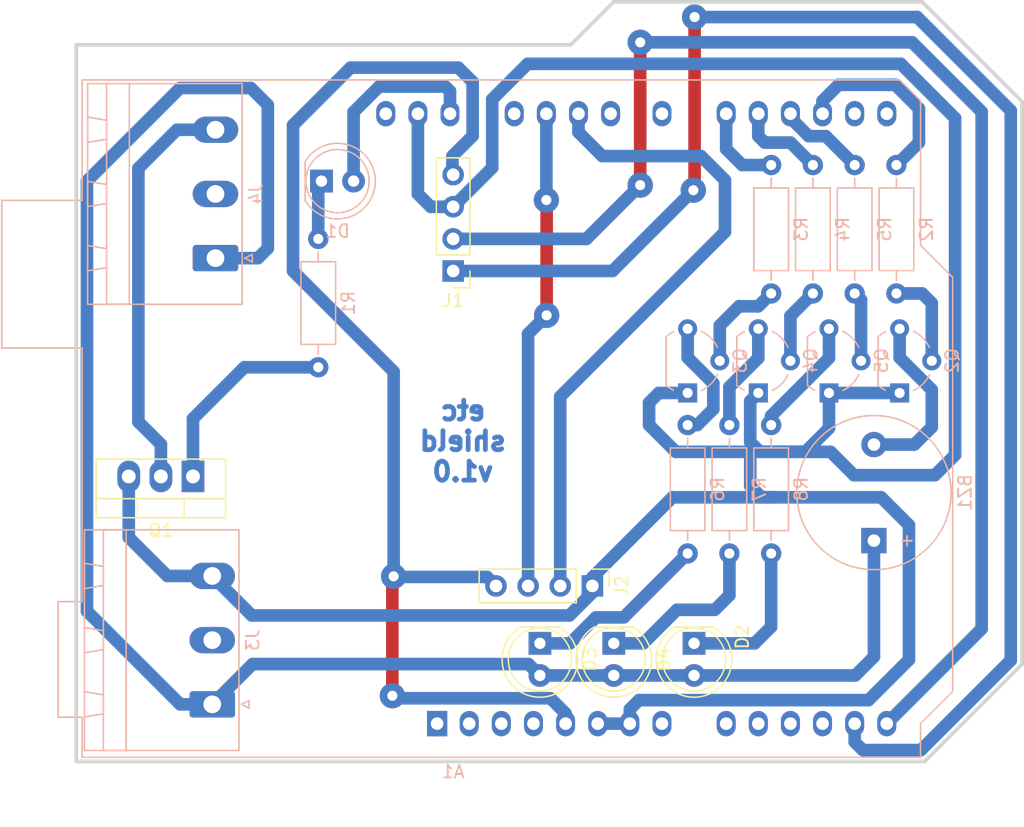
<source format=kicad_pcb>
(kicad_pcb (version 20171130) (host pcbnew "(5.1.6)-1")

  (general
    (thickness 1.6)
    (drawings 10)
    (tracks 195)
    (zones 0)
    (modules 23)
    (nets 45)
  )

  (page A4)
  (layers
    (0 F.Cu signal)
    (31 B.Cu signal)
    (32 B.Adhes user hide)
    (33 F.Adhes user)
    (34 B.Paste user)
    (35 F.Paste user hide)
    (36 B.SilkS user)
    (37 F.SilkS user)
    (38 B.Mask user)
    (39 F.Mask user)
    (40 Dwgs.User user)
    (41 Cmts.User user)
    (42 Eco1.User user)
    (43 Eco2.User user)
    (44 Edge.Cuts user)
    (45 Margin user)
    (46 B.CrtYd user)
    (47 F.CrtYd user)
    (48 B.Fab user hide)
    (49 F.Fab user)
  )

  (setup
    (last_trace_width 0.25)
    (user_trace_width 1)
    (trace_clearance 0.2)
    (zone_clearance 0.508)
    (zone_45_only no)
    (trace_min 0.2)
    (via_size 0.8)
    (via_drill 0.4)
    (via_min_size 0.4)
    (via_min_drill 0.3)
    (user_via 2 0.8)
    (uvia_size 0.3)
    (uvia_drill 0.1)
    (uvias_allowed no)
    (uvia_min_size 0.2)
    (uvia_min_drill 0.1)
    (edge_width 0.3)
    (segment_width 0.2)
    (pcb_text_width 0.3)
    (pcb_text_size 1.5 1.5)
    (mod_edge_width 0.12)
    (mod_text_size 1 1)
    (mod_text_width 0.15)
    (pad_size 1.8 2.5)
    (pad_drill 1.1)
    (pad_to_mask_clearance 0.05)
    (aux_axis_origin 0 0)
    (visible_elements 7FFFFFFF)
    (pcbplotparams
      (layerselection 0x010fc_ffffffff)
      (usegerberextensions false)
      (usegerberattributes true)
      (usegerberadvancedattributes true)
      (creategerberjobfile true)
      (excludeedgelayer true)
      (linewidth 0.100000)
      (plotframeref false)
      (viasonmask false)
      (mode 1)
      (useauxorigin false)
      (hpglpennumber 1)
      (hpglpenspeed 20)
      (hpglpendiameter 15.000000)
      (psnegative false)
      (psa4output false)
      (plotreference true)
      (plotvalue true)
      (plotinvisibletext false)
      (padsonsilk false)
      (subtractmaskfromsilk false)
      (outputformat 4)
      (mirror false)
      (drillshape 0)
      (scaleselection 1)
      (outputdirectory "./"))
  )

  (net 0 "")
  (net 1 /GND)
  (net 2 "Net-(A1-Pad30)")
  (net 3 "Net-(A1-Pad1)")
  (net 4 /TRIG)
  (net 5 "Net-(A1-Pad2)")
  (net 6 /ECHO)
  (net 7 "Net-(A1-Pad3)")
  (net 8 "Net-(A1-Pad4)")
  (net 9 /5V)
  (net 10 "Net-(A1-Pad22)")
  (net 11 "Net-(A1-Pad23)")
  (net 12 "Net-(A1-Pad8)")
  (net 13 "Net-(A1-Pad9)")
  (net 14 "Net-(A1-Pad10)")
  (net 15 "Net-(A1-Pad26)")
  (net 16 "Net-(A1-Pad11)")
  (net 17 "Net-(A1-Pad27)")
  (net 18 "Net-(A1-Pad12)")
  (net 19 /SDA)
  (net 20 /SCL)
  (net 21 "Net-(A1-Pad15)")
  (net 22 "Net-(A1-Pad16)")
  (net 23 /BUZZER)
  (net 24 /BLUE)
  (net 25 /RED)
  (net 26 /GREEN)
  (net 27 /pump)
  (net 28 "Net-(D1-Pad1)")
  (net 29 /12V)
  (net 30 "Net-(J3-Pad2)")
  (net 31 "Net-(Q1-Pad1)")
  (net 32 "Net-(BZ1-Pad2)")
  (net 33 "Net-(D2-Pad1)")
  (net 34 "Net-(D3-Pad1)")
  (net 35 "Net-(D4-Pad1)")
  (net 36 "Net-(J4-Pad2)")
  (net 37 /OUTPUT)
  (net 38 "Net-(Q2-Pad2)")
  (net 39 "Net-(Q3-Pad3)")
  (net 40 "Net-(Q3-Pad2)")
  (net 41 "Net-(Q4-Pad2)")
  (net 42 "Net-(Q4-Pad3)")
  (net 43 "Net-(Q5-Pad3)")
  (net 44 "Net-(Q5-Pad2)")

  (net_class Default "This is the default net class."
    (clearance 0.2)
    (trace_width 0.25)
    (via_dia 0.8)
    (via_drill 0.4)
    (uvia_dia 0.3)
    (uvia_drill 0.1)
    (add_net /12V)
    (add_net /5V)
    (add_net /BLUE)
    (add_net /BUZZER)
    (add_net /ECHO)
    (add_net /GND)
    (add_net /GREEN)
    (add_net /OUTPUT)
    (add_net /RED)
    (add_net /SCL)
    (add_net /SDA)
    (add_net /TRIG)
    (add_net /pump)
    (add_net "Net-(A1-Pad1)")
    (add_net "Net-(A1-Pad10)")
    (add_net "Net-(A1-Pad11)")
    (add_net "Net-(A1-Pad12)")
    (add_net "Net-(A1-Pad15)")
    (add_net "Net-(A1-Pad16)")
    (add_net "Net-(A1-Pad2)")
    (add_net "Net-(A1-Pad22)")
    (add_net "Net-(A1-Pad23)")
    (add_net "Net-(A1-Pad26)")
    (add_net "Net-(A1-Pad27)")
    (add_net "Net-(A1-Pad3)")
    (add_net "Net-(A1-Pad30)")
    (add_net "Net-(A1-Pad4)")
    (add_net "Net-(A1-Pad8)")
    (add_net "Net-(A1-Pad9)")
    (add_net "Net-(BZ1-Pad2)")
    (add_net "Net-(D1-Pad1)")
    (add_net "Net-(D2-Pad1)")
    (add_net "Net-(D3-Pad1)")
    (add_net "Net-(D4-Pad1)")
    (add_net "Net-(J3-Pad2)")
    (add_net "Net-(J4-Pad2)")
    (add_net "Net-(Q1-Pad1)")
    (add_net "Net-(Q2-Pad2)")
    (add_net "Net-(Q3-Pad2)")
    (add_net "Net-(Q3-Pad3)")
    (add_net "Net-(Q4-Pad2)")
    (add_net "Net-(Q4-Pad3)")
    (add_net "Net-(Q5-Pad2)")
    (add_net "Net-(Q5-Pad3)")
  )

  (module Package_TO_SOT_THT:TO-220-3_Vertical (layer F.Cu) (tedit 5F4FC815) (tstamp 5F4E35DA)
    (at 116.784 106.098 180)
    (descr "TO-220-3, Vertical, RM 2.54mm, see https://www.vishay.com/docs/66542/to-220-1.pdf")
    (tags "TO-220-3 Vertical RM 2.54mm")
    (path /5F4F90D6)
    (fp_text reference Q1 (at 2.54 -4.27) (layer F.SilkS)
      (effects (font (size 1 1) (thickness 0.15)))
    )
    (fp_text value TIP41C (at 2.54 2.5) (layer F.Fab)
      (effects (font (size 1 1) (thickness 0.15)))
    )
    (fp_line (start -2.46 -3.15) (end -2.46 1.25) (layer F.Fab) (width 0.1))
    (fp_line (start -2.46 1.25) (end 7.54 1.25) (layer F.Fab) (width 0.1))
    (fp_line (start 7.54 1.25) (end 7.54 -3.15) (layer F.Fab) (width 0.1))
    (fp_line (start 7.54 -3.15) (end -2.46 -3.15) (layer F.Fab) (width 0.1))
    (fp_line (start -2.46 -1.88) (end 7.54 -1.88) (layer F.Fab) (width 0.1))
    (fp_line (start 0.69 -3.15) (end 0.69 -1.88) (layer F.Fab) (width 0.1))
    (fp_line (start 4.39 -3.15) (end 4.39 -1.88) (layer F.Fab) (width 0.1))
    (fp_line (start -2.58 -3.27) (end 7.66 -3.27) (layer F.SilkS) (width 0.12))
    (fp_line (start -2.58 1.371) (end 7.66 1.371) (layer F.SilkS) (width 0.12))
    (fp_line (start -2.58 -3.27) (end -2.58 1.371) (layer F.SilkS) (width 0.12))
    (fp_line (start 7.66 -3.27) (end 7.66 1.371) (layer F.SilkS) (width 0.12))
    (fp_line (start -2.58 -1.76) (end 7.66 -1.76) (layer F.SilkS) (width 0.12))
    (fp_line (start 0.69 -3.27) (end 0.69 -1.76) (layer F.SilkS) (width 0.12))
    (fp_line (start 4.391 -3.27) (end 4.391 -1.76) (layer F.SilkS) (width 0.12))
    (fp_line (start -2.71 -3.4) (end -2.71 1.51) (layer F.CrtYd) (width 0.05))
    (fp_line (start -2.71 1.51) (end 7.79 1.51) (layer F.CrtYd) (width 0.05))
    (fp_line (start 7.79 1.51) (end 7.79 -3.4) (layer F.CrtYd) (width 0.05))
    (fp_line (start 7.79 -3.4) (end -2.71 -3.4) (layer F.CrtYd) (width 0.05))
    (fp_text user %R (at 2.54 -4.27) (layer F.Fab)
      (effects (font (size 1 1) (thickness 0.15)))
    )
    (pad 1 thru_hole rect (at 0 0 180) (size 1.8 2.5) (drill 1.1) (layers *.Cu *.Mask)
      (net 31 "Net-(Q1-Pad1)"))
    (pad 2 thru_hole oval (at 2.54 0 180) (size 1.8 2.5) (drill oval 1.1) (layers *.Cu *.Mask)
      (net 37 /OUTPUT))
    (pad 3 thru_hole oval (at 5.08 0 180) (size 1.8 2.5) (drill oval 1.1) (layers *.Cu *.Mask)
      (net 1 /GND))
    (model ${KISYS3DMOD}/Package_TO_SOT_THT.3dshapes/TO-220-3_Vertical.wrl
      (at (xyz 0 0 0))
      (scale (xyz 1 1 1))
      (rotate (xyz 0 0 0))
    )
  )

  (module Resistor_THT:R_Axial_DIN0207_L6.3mm_D2.5mm_P10.16mm_Horizontal (layer B.Cu) (tedit 5AE5139B) (tstamp 5F4E50DA)
    (at 172.41 91.62 90)
    (descr "Resistor, Axial_DIN0207 series, Axial, Horizontal, pin pitch=10.16mm, 0.25W = 1/4W, length*diameter=6.3*2.5mm^2, http://cdn-reichelt.de/documents/datenblatt/B400/1_4W%23YAG.pdf")
    (tags "Resistor Axial_DIN0207 series Axial Horizontal pin pitch 10.16mm 0.25W = 1/4W length 6.3mm diameter 2.5mm")
    (path /5F509A7E)
    (fp_text reference R2 (at 5.08 2.37 270) (layer B.SilkS)
      (effects (font (size 1 1) (thickness 0.15)) (justify mirror))
    )
    (fp_text value 1K (at 5.08 -2.37 270) (layer B.Fab)
      (effects (font (size 1 1) (thickness 0.15)) (justify mirror))
    )
    (fp_line (start 1.93 1.25) (end 1.93 -1.25) (layer B.Fab) (width 0.1))
    (fp_line (start 1.93 -1.25) (end 8.23 -1.25) (layer B.Fab) (width 0.1))
    (fp_line (start 8.23 -1.25) (end 8.23 1.25) (layer B.Fab) (width 0.1))
    (fp_line (start 8.23 1.25) (end 1.93 1.25) (layer B.Fab) (width 0.1))
    (fp_line (start 0 0) (end 1.93 0) (layer B.Fab) (width 0.1))
    (fp_line (start 10.16 0) (end 8.23 0) (layer B.Fab) (width 0.1))
    (fp_line (start 1.81 1.37) (end 1.81 -1.37) (layer B.SilkS) (width 0.12))
    (fp_line (start 1.81 -1.37) (end 8.35 -1.37) (layer B.SilkS) (width 0.12))
    (fp_line (start 8.35 -1.37) (end 8.35 1.37) (layer B.SilkS) (width 0.12))
    (fp_line (start 8.35 1.37) (end 1.81 1.37) (layer B.SilkS) (width 0.12))
    (fp_line (start 1.04 0) (end 1.81 0) (layer B.SilkS) (width 0.12))
    (fp_line (start 9.12 0) (end 8.35 0) (layer B.SilkS) (width 0.12))
    (fp_line (start -1.05 1.5) (end -1.05 -1.5) (layer B.CrtYd) (width 0.05))
    (fp_line (start -1.05 -1.5) (end 11.21 -1.5) (layer B.CrtYd) (width 0.05))
    (fp_line (start 11.21 -1.5) (end 11.21 1.5) (layer B.CrtYd) (width 0.05))
    (fp_line (start 11.21 1.5) (end -1.05 1.5) (layer B.CrtYd) (width 0.05))
    (fp_text user %R (at 5.08 0 270) (layer B.Fab)
      (effects (font (size 1 1) (thickness 0.15)) (justify mirror))
    )
    (pad 1 thru_hole circle (at 0 0 90) (size 1.6 1.6) (drill 0.8) (layers *.Cu *.Mask)
      (net 38 "Net-(Q2-Pad2)"))
    (pad 2 thru_hole oval (at 10.16 0 90) (size 1.6 1.6) (drill 0.8) (layers *.Cu *.Mask)
      (net 23 /BUZZER))
    (model ${KISYS3DMOD}/Resistor_THT.3dshapes/R_Axial_DIN0207_L6.3mm_D2.5mm_P10.16mm_Horizontal.wrl
      (at (xyz 0 0 0))
      (scale (xyz 1 1 1))
      (rotate (xyz 0 0 0))
    )
  )

  (module Module:Arduino_UNO_R2 (layer B.Cu) (tedit 5F4FC7A2) (tstamp 5F4FAE37)
    (at 136.088 125.656)
    (descr "Arduino UNO R2, http://www.mouser.com/pdfdocs/Gravitech_Arduino_Nano3_0.pdf")
    (tags "Arduino UNO R2")
    (path /5F4E5B56)
    (fp_text reference A1 (at 1.27 3.81 -180) (layer B.SilkS)
      (effects (font (size 1 1) (thickness 0.15)) (justify mirror))
    )
    (fp_text value Arduino_UNO_R2 (at 0.355999 5.412001) (layer B.Fab)
      (effects (font (size 1 1) (thickness 0.15)) (justify mirror))
    )
    (fp_line (start 38.35 2.79) (end 38.35 0) (layer B.CrtYd) (width 0.05))
    (fp_line (start 38.35 0) (end 40.89 -2.54) (layer B.CrtYd) (width 0.05))
    (fp_line (start 40.89 -2.54) (end 40.89 -35.31) (layer B.CrtYd) (width 0.05))
    (fp_line (start 40.89 -35.31) (end 38.35 -37.85) (layer B.CrtYd) (width 0.05))
    (fp_line (start 38.35 -37.85) (end 38.35 -49.28) (layer B.CrtYd) (width 0.05))
    (fp_line (start 38.35 -49.28) (end 36.58 -51.05) (layer B.CrtYd) (width 0.05))
    (fp_line (start 36.58 -51.05) (end -28.19 -51.05) (layer B.CrtYd) (width 0.05))
    (fp_line (start -28.19 -51.05) (end -28.19 -41.53) (layer B.CrtYd) (width 0.05))
    (fp_line (start -28.19 -41.53) (end -34.54 -41.53) (layer B.CrtYd) (width 0.05))
    (fp_line (start -34.54 -41.53) (end -34.54 -29.59) (layer B.CrtYd) (width 0.05))
    (fp_line (start -34.54 -29.59) (end -28.19 -29.59) (layer B.CrtYd) (width 0.05))
    (fp_line (start -28.19 -29.59) (end -28.19 -9.78) (layer B.CrtYd) (width 0.05))
    (fp_line (start -28.19 -9.78) (end -30.1 -9.78) (layer B.CrtYd) (width 0.05))
    (fp_line (start -30.1 -9.78) (end -30.1 -0.38) (layer B.CrtYd) (width 0.05))
    (fp_line (start -30.1 -0.38) (end -28.19 -0.38) (layer B.CrtYd) (width 0.05))
    (fp_line (start -28.19 -0.38) (end -28.19 2.79) (layer B.CrtYd) (width 0.05))
    (fp_line (start -28.19 2.79) (end 38.35 2.79) (layer B.CrtYd) (width 0.05))
    (fp_line (start 40.77 -35.31) (end 40.77 -2.54) (layer B.SilkS) (width 0.12))
    (fp_line (start 40.77 -2.54) (end 38.23 0) (layer B.SilkS) (width 0.12))
    (fp_line (start 38.23 0) (end 38.23 2.67) (layer B.SilkS) (width 0.12))
    (fp_line (start 38.23 2.67) (end -28.07 2.67) (layer B.SilkS) (width 0.12))
    (fp_line (start -28.07 2.67) (end -28.07 -0.51) (layer B.SilkS) (width 0.12))
    (fp_line (start -28.07 -0.51) (end -29.97 -0.51) (layer B.SilkS) (width 0.12))
    (fp_line (start -29.97 -0.51) (end -29.97 -9.65) (layer B.SilkS) (width 0.12))
    (fp_line (start -29.97 -9.65) (end -28.07 -9.65) (layer B.SilkS) (width 0.12))
    (fp_line (start -28.07 -9.65) (end -28.07 -29.72) (layer B.SilkS) (width 0.12))
    (fp_line (start -28.07 -29.72) (end -34.42 -29.72) (layer B.SilkS) (width 0.12))
    (fp_line (start -34.42 -29.72) (end -34.42 -41.4) (layer B.SilkS) (width 0.12))
    (fp_line (start -34.42 -41.4) (end -28.07 -41.4) (layer B.SilkS) (width 0.12))
    (fp_line (start -28.07 -41.4) (end -28.07 -50.93) (layer B.SilkS) (width 0.12))
    (fp_line (start -28.07 -50.93) (end 36.58 -50.93) (layer B.SilkS) (width 0.12))
    (fp_line (start 36.58 -50.93) (end 38.23 -49.28) (layer B.SilkS) (width 0.12))
    (fp_line (start 38.23 -49.28) (end 38.23 -37.85) (layer B.SilkS) (width 0.12))
    (fp_line (start 38.23 -37.85) (end 40.77 -35.31) (layer B.SilkS) (width 0.12))
    (fp_line (start -34.29 -29.84) (end -18.41 -29.84) (layer B.Fab) (width 0.1))
    (fp_line (start -18.41 -29.84) (end -18.41 -41.27) (layer B.Fab) (width 0.1))
    (fp_line (start -18.41 -41.27) (end -34.29 -41.27) (layer B.Fab) (width 0.1))
    (fp_line (start -34.29 -41.27) (end -34.29 -29.84) (layer B.Fab) (width 0.1))
    (fp_line (start -29.84 -0.64) (end -16.51 -0.64) (layer B.Fab) (width 0.1))
    (fp_line (start -16.51 -0.64) (end -16.51 -9.53) (layer B.Fab) (width 0.1))
    (fp_line (start -16.51 -9.53) (end -29.84 -9.53) (layer B.Fab) (width 0.1))
    (fp_line (start -29.84 -9.53) (end -29.84 -0.64) (layer B.Fab) (width 0.1))
    (fp_line (start 38.1 -37.85) (end 38.1 -49.28) (layer B.Fab) (width 0.1))
    (fp_line (start 40.64 -2.54) (end 40.64 -35.31) (layer B.Fab) (width 0.1))
    (fp_line (start 40.64 -35.31) (end 38.1 -37.85) (layer B.Fab) (width 0.1))
    (fp_line (start 38.1 2.54) (end 38.1 0) (layer B.Fab) (width 0.1))
    (fp_line (start 38.1 0) (end 40.64 -2.54) (layer B.Fab) (width 0.1))
    (fp_line (start 38.1 -49.28) (end 36.58 -50.8) (layer B.Fab) (width 0.1))
    (fp_line (start 36.58 -50.8) (end -27.94 -50.8) (layer B.Fab) (width 0.1))
    (fp_line (start -27.94 -50.8) (end -27.94 2.54) (layer B.Fab) (width 0.1))
    (fp_line (start -27.94 2.54) (end 38.1 2.54) (layer B.Fab) (width 0.1))
    (fp_text user %R (at -0.169001 7.337001 -180) (layer B.Fab)
      (effects (font (size 1 1) (thickness 0.15)) (justify mirror))
    )
    (pad 29 thru_hole oval (at -1.52 -48.26 270) (size 2 1.5) (drill oval 1) (layers *.Cu *.Mask)
      (net 1 /GND))
    (pad 30 thru_hole oval (at -4.06 -48.26 270) (size 2 1.5) (drill oval 1) (layers *.Cu *.Mask)
      (net 2 "Net-(A1-Pad30)"))
    (pad 1 thru_hole rect (at 0 0 270) (size 2 1.6) (drill 1) (layers *.Cu *.Mask)
      (net 3 "Net-(A1-Pad1)"))
    (pad 17 thru_hole oval (at 30.48 -48.26 270) (size 2 1.5) (drill oval 1) (layers *.Cu *.Mask)
      (net 23 /BUZZER))
    (pad 2 thru_hole oval (at 2.54 0 270) (size 2 1.5) (drill oval 1) (layers *.Cu *.Mask)
      (net 5 "Net-(A1-Pad2)"))
    (pad 18 thru_hole oval (at 27.94 -48.26 270) (size 2 1.5) (drill oval 1) (layers *.Cu *.Mask)
      (net 24 /BLUE))
    (pad 3 thru_hole oval (at 5.08 0 270) (size 2 1.5) (drill oval 1) (layers *.Cu *.Mask)
      (net 7 "Net-(A1-Pad3)"))
    (pad 19 thru_hole oval (at 25.4 -48.26 270) (size 2 1.5) (drill oval 1) (layers *.Cu *.Mask)
      (net 25 /RED))
    (pad 4 thru_hole oval (at 7.62 0 270) (size 2 1.5) (drill oval 1) (layers *.Cu *.Mask)
      (net 8 "Net-(A1-Pad4)"))
    (pad 20 thru_hole oval (at 22.86 -48.26 270) (size 2 1.5) (drill oval 1) (layers *.Cu *.Mask)
      (net 26 /GREEN))
    (pad 5 thru_hole oval (at 10.16 0 270) (size 2 1.5) (drill oval 1) (layers *.Cu *.Mask)
      (net 9 /5V))
    (pad "" smd oval (at 20.32 -48.26 270) (size 1.6 1.6) (layers B.Paste))
    (pad 6 thru_hole oval (at 12.7 0 270) (size 2 1.5) (drill oval 1) (layers *.Cu *.Mask)
      (net 1 /GND))
    (pad 22 thru_hole oval (at 17.78 -48.26 270) (size 2 1.5) (drill oval 1) (layers *.Cu *.Mask)
      (net 10 "Net-(A1-Pad22)"))
    (pad 7 thru_hole oval (at 15.24 0 270) (size 2 1.5) (drill oval 1) (layers *.Cu *.Mask)
      (net 1 /GND))
    (pad 23 thru_hole oval (at 13.72 -48.26 270) (size 2 1.5) (drill oval 1) (layers *.Cu *.Mask)
      (net 11 "Net-(A1-Pad23)"))
    (pad 8 thru_hole oval (at 17.78 0 270) (size 2 1.5) (drill oval 1) (layers *.Cu *.Mask)
      (net 12 "Net-(A1-Pad8)"))
    (pad 24 thru_hole oval (at 11.18 -48.26 270) (size 2 1.5) (drill oval 1) (layers *.Cu *.Mask)
      (net 6 /ECHO))
    (pad 9 thru_hole oval (at 22.86 0 270) (size 2 1.5) (drill oval 1) (layers *.Cu *.Mask)
      (net 13 "Net-(A1-Pad9)"))
    (pad 25 thru_hole oval (at 8.64 -48.26 270) (size 2 1.5) (drill oval 1) (layers *.Cu *.Mask)
      (net 4 /TRIG))
    (pad 10 thru_hole oval (at 25.4 0 270) (size 2 1.5) (drill oval 1) (layers *.Cu *.Mask)
      (net 14 "Net-(A1-Pad10)"))
    (pad 26 thru_hole oval (at 6.1 -48.26 270) (size 2 1.5) (drill oval 1) (layers *.Cu *.Mask)
      (net 15 "Net-(A1-Pad26)"))
    (pad 11 thru_hole oval (at 27.94 0 270) (size 2 1.5) (drill oval 1) (layers *.Cu *.Mask)
      (net 16 "Net-(A1-Pad11)"))
    (pad 27 connect oval (at 3.56 -48.26 270) (size 1.6 1.6) (layers B.Adhes)
      (net 17 "Net-(A1-Pad27)"))
    (pad 12 thru_hole oval (at 30.48 0 270) (size 2 1.5) (drill oval 1) (layers *.Cu *.Mask)
      (net 18 "Net-(A1-Pad12)"))
    (pad 28 thru_hole oval (at 1.02 -48.26 270) (size 2 1.5) (drill oval 1) (layers *.Cu *.Mask)
      (net 27 /pump))
    (pad 13 thru_hole oval (at 33.02 0 270) (size 2 1.5) (drill oval 1) (layers *.Cu *.Mask)
      (net 19 /SDA))
    (pad 14 thru_hole oval (at 35.56 0 270) (size 2 1.5) (drill oval 1) (layers *.Cu *.Mask)
      (net 20 /SCL))
    (pad 15 thru_hole oval (at 35.56 -48.26 270) (size 2 1.5) (drill oval 1) (layers *.Cu *.Mask)
      (net 21 "Net-(A1-Pad15)"))
    (pad 16 thru_hole oval (at 33.02 -48.26 270) (size 2 1.5) (drill oval 1) (layers *.Cu *.Mask)
      (net 22 "Net-(A1-Pad16)"))
    (model ${KISYS3DMOD}/Module.3dshapes/Arduino_UNO_R2.wrl
      (at (xyz 0 0 0))
      (scale (xyz 1 1 1))
      (rotate (xyz 0 0 0))
    )
  )

  (module Resistor_THT:R_Axial_DIN0207_L6.3mm_D2.5mm_P10.16mm_Horizontal (layer B.Cu) (tedit 5AE5139B) (tstamp 5F4E50F1)
    (at 162.504 91.62 90)
    (descr "Resistor, Axial_DIN0207 series, Axial, Horizontal, pin pitch=10.16mm, 0.25W = 1/4W, length*diameter=6.3*2.5mm^2, http://cdn-reichelt.de/documents/datenblatt/B400/1_4W%23YAG.pdf")
    (tags "Resistor Axial_DIN0207 series Axial Horizontal pin pitch 10.16mm 0.25W = 1/4W length 6.3mm diameter 2.5mm")
    (path /5F50C221)
    (fp_text reference R3 (at 5.08 2.37 90) (layer B.SilkS)
      (effects (font (size 1 1) (thickness 0.15)) (justify mirror))
    )
    (fp_text value 1K (at 5.08 -2.37 90) (layer B.Fab)
      (effects (font (size 1 1) (thickness 0.15)) (justify mirror))
    )
    (fp_line (start 1.93 1.25) (end 1.93 -1.25) (layer B.Fab) (width 0.1))
    (fp_line (start 1.93 -1.25) (end 8.23 -1.25) (layer B.Fab) (width 0.1))
    (fp_line (start 8.23 -1.25) (end 8.23 1.25) (layer B.Fab) (width 0.1))
    (fp_line (start 8.23 1.25) (end 1.93 1.25) (layer B.Fab) (width 0.1))
    (fp_line (start 0 0) (end 1.93 0) (layer B.Fab) (width 0.1))
    (fp_line (start 10.16 0) (end 8.23 0) (layer B.Fab) (width 0.1))
    (fp_line (start 1.81 1.37) (end 1.81 -1.37) (layer B.SilkS) (width 0.12))
    (fp_line (start 1.81 -1.37) (end 8.35 -1.37) (layer B.SilkS) (width 0.12))
    (fp_line (start 8.35 -1.37) (end 8.35 1.37) (layer B.SilkS) (width 0.12))
    (fp_line (start 8.35 1.37) (end 1.81 1.37) (layer B.SilkS) (width 0.12))
    (fp_line (start 1.04 0) (end 1.81 0) (layer B.SilkS) (width 0.12))
    (fp_line (start 9.12 0) (end 8.35 0) (layer B.SilkS) (width 0.12))
    (fp_line (start -1.05 1.5) (end -1.05 -1.5) (layer B.CrtYd) (width 0.05))
    (fp_line (start -1.05 -1.5) (end 11.21 -1.5) (layer B.CrtYd) (width 0.05))
    (fp_line (start 11.21 -1.5) (end 11.21 1.5) (layer B.CrtYd) (width 0.05))
    (fp_line (start 11.21 1.5) (end -1.05 1.5) (layer B.CrtYd) (width 0.05))
    (fp_text user %R (at 5.08 0 90) (layer B.Fab)
      (effects (font (size 1 1) (thickness 0.15)) (justify mirror))
    )
    (pad 1 thru_hole circle (at 0 0 90) (size 1.6 1.6) (drill 0.8) (layers *.Cu *.Mask)
      (net 40 "Net-(Q3-Pad2)"))
    (pad 2 thru_hole oval (at 10.16 0 90) (size 1.6 1.6) (drill 0.8) (layers *.Cu *.Mask)
      (net 26 /GREEN))
    (model ${KISYS3DMOD}/Resistor_THT.3dshapes/R_Axial_DIN0207_L6.3mm_D2.5mm_P10.16mm_Horizontal.wrl
      (at (xyz 0 0 0))
      (scale (xyz 1 1 1))
      (rotate (xyz 0 0 0))
    )
  )

  (module Resistor_THT:R_Axial_DIN0207_L6.3mm_D2.5mm_P10.16mm_Horizontal (layer B.Cu) (tedit 5AE5139B) (tstamp 5F4E958C)
    (at 155.9 112.194 90)
    (descr "Resistor, Axial_DIN0207 series, Axial, Horizontal, pin pitch=10.16mm, 0.25W = 1/4W, length*diameter=6.3*2.5mm^2, http://cdn-reichelt.de/documents/datenblatt/B400/1_4W%23YAG.pdf")
    (tags "Resistor Axial_DIN0207 series Axial Horizontal pin pitch 10.16mm 0.25W = 1/4W length 6.3mm diameter 2.5mm")
    (path /5F523D45)
    (fp_text reference R6 (at 5.08 2.37 90) (layer B.SilkS)
      (effects (font (size 1 1) (thickness 0.15)) (justify mirror))
    )
    (fp_text value 470 (at 5.08 -2.37 90) (layer B.Fab)
      (effects (font (size 1 1) (thickness 0.15)) (justify mirror))
    )
    (fp_line (start 11.21 1.5) (end -1.05 1.5) (layer B.CrtYd) (width 0.05))
    (fp_line (start 11.21 -1.5) (end 11.21 1.5) (layer B.CrtYd) (width 0.05))
    (fp_line (start -1.05 -1.5) (end 11.21 -1.5) (layer B.CrtYd) (width 0.05))
    (fp_line (start -1.05 1.5) (end -1.05 -1.5) (layer B.CrtYd) (width 0.05))
    (fp_line (start 9.12 0) (end 8.35 0) (layer B.SilkS) (width 0.12))
    (fp_line (start 1.04 0) (end 1.81 0) (layer B.SilkS) (width 0.12))
    (fp_line (start 8.35 1.37) (end 1.81 1.37) (layer B.SilkS) (width 0.12))
    (fp_line (start 8.35 -1.37) (end 8.35 1.37) (layer B.SilkS) (width 0.12))
    (fp_line (start 1.81 -1.37) (end 8.35 -1.37) (layer B.SilkS) (width 0.12))
    (fp_line (start 1.81 1.37) (end 1.81 -1.37) (layer B.SilkS) (width 0.12))
    (fp_line (start 10.16 0) (end 8.23 0) (layer B.Fab) (width 0.1))
    (fp_line (start 0 0) (end 1.93 0) (layer B.Fab) (width 0.1))
    (fp_line (start 8.23 1.25) (end 1.93 1.25) (layer B.Fab) (width 0.1))
    (fp_line (start 8.23 -1.25) (end 8.23 1.25) (layer B.Fab) (width 0.1))
    (fp_line (start 1.93 -1.25) (end 8.23 -1.25) (layer B.Fab) (width 0.1))
    (fp_line (start 1.93 1.25) (end 1.93 -1.25) (layer B.Fab) (width 0.1))
    (fp_text user %R (at 5.08 0 90) (layer B.Fab)
      (effects (font (size 1 1) (thickness 0.15)) (justify mirror))
    )
    (pad 2 thru_hole oval (at 10.16 0 90) (size 1.6 1.6) (drill 0.8) (layers *.Cu *.Mask)
      (net 39 "Net-(Q3-Pad3)"))
    (pad 1 thru_hole circle (at 0 0 90) (size 1.6 1.6) (drill 0.8) (layers *.Cu *.Mask)
      (net 34 "Net-(D3-Pad1)"))
    (model ${KISYS3DMOD}/Resistor_THT.3dshapes/R_Axial_DIN0207_L6.3mm_D2.5mm_P10.16mm_Horizontal.wrl
      (at (xyz 0 0 0))
      (scale (xyz 1 1 1))
      (rotate (xyz 0 0 0))
    )
  )

  (module Buzzer_Beeper:Buzzer_12x9.5RM7.6 (layer B.Cu) (tedit 5A030281) (tstamp 5F4E354F)
    (at 170.632 111.178 90)
    (descr "Generic Buzzer, D12mm height 9.5mm with RM7.6mm")
    (tags buzzer)
    (path /5F4EFEED)
    (fp_text reference BZ1 (at 3.8 7.2 90) (layer B.SilkS)
      (effects (font (size 1 1) (thickness 0.15)) (justify mirror))
    )
    (fp_text value Buzzer (at 4 -2.2 90) (layer B.Fab)
      (effects (font (size 1 1) (thickness 0.15)) (justify mirror))
    )
    (fp_circle (center 3.8 0) (end 10.05 0) (layer B.CrtYd) (width 0.05))
    (fp_circle (center 3.8 0) (end 9.8 0) (layer B.Fab) (width 0.1))
    (fp_circle (center 3.8 0) (end 4.8 0) (layer B.Fab) (width 0.1))
    (fp_circle (center 3.8 0) (end 9.9 0) (layer B.SilkS) (width 0.12))
    (fp_text user + (at -0.01 2.54 90) (layer B.Fab)
      (effects (font (size 1 1) (thickness 0.15)) (justify mirror))
    )
    (fp_text user + (at -0.01 2.54 90) (layer B.SilkS)
      (effects (font (size 1 1) (thickness 0.15)) (justify mirror))
    )
    (fp_text user %R (at 3.8 4 90) (layer B.Fab)
      (effects (font (size 1 1) (thickness 0.15)) (justify mirror))
    )
    (pad 1 thru_hole rect (at 0 0 90) (size 2 2) (drill 1) (layers *.Cu *.Mask)
      (net 29 /12V))
    (pad 2 thru_hole circle (at 7.6 0 90) (size 2 2) (drill 1) (layers *.Cu *.Mask)
      (net 32 "Net-(BZ1-Pad2)"))
    (model ${KISYS3DMOD}/Buzzer_Beeper.3dshapes/Buzzer_12x9.5RM7.6.wrl
      (at (xyz 0 0 0))
      (scale (xyz 1 1 1))
      (rotate (xyz 0 0 0))
    )
  )

  (module Connector_PinHeader_2.54mm:PinHeader_1x04_P2.54mm_Vertical (layer F.Cu) (tedit 59FED5CC) (tstamp 5F4FAD5E)
    (at 137.358 89.842 180)
    (descr "Through hole straight pin header, 1x04, 2.54mm pitch, single row")
    (tags "Through hole pin header THT 1x04 2.54mm single row")
    (path /5F4E2FD6)
    (fp_text reference J1 (at 0 -2.33) (layer F.SilkS)
      (effects (font (size 1 1) (thickness 0.15)))
    )
    (fp_text value MLX (at 0 9.95) (layer F.Fab)
      (effects (font (size 1 1) (thickness 0.15)))
    )
    (fp_line (start -0.635 -1.27) (end 1.27 -1.27) (layer F.Fab) (width 0.1))
    (fp_line (start 1.27 -1.27) (end 1.27 8.89) (layer F.Fab) (width 0.1))
    (fp_line (start 1.27 8.89) (end -1.27 8.89) (layer F.Fab) (width 0.1))
    (fp_line (start -1.27 8.89) (end -1.27 -0.635) (layer F.Fab) (width 0.1))
    (fp_line (start -1.27 -0.635) (end -0.635 -1.27) (layer F.Fab) (width 0.1))
    (fp_line (start -1.33 8.95) (end 1.33 8.95) (layer F.SilkS) (width 0.12))
    (fp_line (start -1.33 1.27) (end -1.33 8.95) (layer F.SilkS) (width 0.12))
    (fp_line (start 1.33 1.27) (end 1.33 8.95) (layer F.SilkS) (width 0.12))
    (fp_line (start -1.33 1.27) (end 1.33 1.27) (layer F.SilkS) (width 0.12))
    (fp_line (start -1.33 0) (end -1.33 -1.33) (layer F.SilkS) (width 0.12))
    (fp_line (start -1.33 -1.33) (end 0 -1.33) (layer F.SilkS) (width 0.12))
    (fp_line (start -1.8 -1.8) (end -1.8 9.4) (layer F.CrtYd) (width 0.05))
    (fp_line (start -1.8 9.4) (end 1.8 9.4) (layer F.CrtYd) (width 0.05))
    (fp_line (start 1.8 9.4) (end 1.8 -1.8) (layer F.CrtYd) (width 0.05))
    (fp_line (start 1.8 -1.8) (end -1.8 -1.8) (layer F.CrtYd) (width 0.05))
    (fp_text user %R (at 0 3.81 90) (layer F.Fab)
      (effects (font (size 1 1) (thickness 0.15)))
    )
    (pad 1 thru_hole rect (at 0 0 180) (size 1.7 1.7) (drill 1) (layers *.Cu *.Mask)
      (net 19 /SDA))
    (pad 2 thru_hole oval (at 0 2.54 180) (size 1.7 1.7) (drill 1) (layers *.Cu *.Mask)
      (net 20 /SCL))
    (pad 3 thru_hole oval (at 0 5.08 180) (size 1.7 1.7) (drill 1) (layers *.Cu *.Mask)
      (net 1 /GND))
    (pad 4 thru_hole oval (at 0 7.62 180) (size 1.7 1.7) (drill 1) (layers *.Cu *.Mask)
      (net 9 /5V))
    (model ${KISYS3DMOD}/Connector_PinHeader_2.54mm.3dshapes/PinHeader_1x04_P2.54mm_Vertical.wrl
      (at (xyz 0 0 0))
      (scale (xyz 1 1 1))
      (rotate (xyz 0 0 0))
    )
  )

  (module Connector_PinHeader_2.54mm:PinHeader_1x04_P2.54mm_Vertical (layer F.Cu) (tedit 59FED5CC) (tstamp 5F4E2454)
    (at 148.365 114.762 270)
    (descr "Through hole straight pin header, 1x04, 2.54mm pitch, single row")
    (tags "Through hole pin header THT 1x04 2.54mm single row")
    (path /5F4E3F3B)
    (fp_text reference J2 (at 0 -2.33 90) (layer F.SilkS)
      (effects (font (size 1 1) (thickness 0.15)))
    )
    (fp_text value Ultra_sonic (at 0 9.95 90) (layer F.Fab)
      (effects (font (size 1 1) (thickness 0.15)))
    )
    (fp_line (start 1.8 -1.8) (end -1.8 -1.8) (layer F.CrtYd) (width 0.05))
    (fp_line (start 1.8 9.4) (end 1.8 -1.8) (layer F.CrtYd) (width 0.05))
    (fp_line (start -1.8 9.4) (end 1.8 9.4) (layer F.CrtYd) (width 0.05))
    (fp_line (start -1.8 -1.8) (end -1.8 9.4) (layer F.CrtYd) (width 0.05))
    (fp_line (start -1.33 -1.33) (end 0 -1.33) (layer F.SilkS) (width 0.12))
    (fp_line (start -1.33 0) (end -1.33 -1.33) (layer F.SilkS) (width 0.12))
    (fp_line (start -1.33 1.27) (end 1.33 1.27) (layer F.SilkS) (width 0.12))
    (fp_line (start 1.33 1.27) (end 1.33 8.95) (layer F.SilkS) (width 0.12))
    (fp_line (start -1.33 1.27) (end -1.33 8.95) (layer F.SilkS) (width 0.12))
    (fp_line (start -1.33 8.95) (end 1.33 8.95) (layer F.SilkS) (width 0.12))
    (fp_line (start -1.27 -0.635) (end -0.635 -1.27) (layer F.Fab) (width 0.1))
    (fp_line (start -1.27 8.89) (end -1.27 -0.635) (layer F.Fab) (width 0.1))
    (fp_line (start 1.27 8.89) (end -1.27 8.89) (layer F.Fab) (width 0.1))
    (fp_line (start 1.27 -1.27) (end 1.27 8.89) (layer F.Fab) (width 0.1))
    (fp_line (start -0.635 -1.27) (end 1.27 -1.27) (layer F.Fab) (width 0.1))
    (fp_text user %R (at 0 3.81) (layer F.Fab)
      (effects (font (size 1 1) (thickness 0.15)))
    )
    (pad 4 thru_hole oval (at 0 7.62 270) (size 1.7 1.7) (drill 1) (layers *.Cu *.Mask)
      (net 9 /5V))
    (pad 3 thru_hole oval (at 0 5.08 270) (size 1.7 1.7) (drill 1) (layers *.Cu *.Mask)
      (net 4 /TRIG))
    (pad 2 thru_hole oval (at 0 2.54 270) (size 1.7 1.7) (drill 1) (layers *.Cu *.Mask)
      (net 6 /ECHO))
    (pad 1 thru_hole rect (at 0 0 270) (size 1.7 1.7) (drill 1) (layers *.Cu *.Mask)
      (net 1 /GND))
    (model ${KISYS3DMOD}/Connector_PinHeader_2.54mm.3dshapes/PinHeader_1x04_P2.54mm_Vertical.wrl
      (at (xyz 0 0 0))
      (scale (xyz 1 1 1))
      (rotate (xyz 0 0 0))
    )
  )

  (module LED_THT:LED_D5.0mm (layer F.Cu) (tedit 5995936A) (tstamp 5F4E3573)
    (at 156.408 119.306 270)
    (descr "LED, diameter 5.0mm, 2 pins, http://cdn-reichelt.de/documents/datenblatt/A500/LL-504BC2E-009.pdf")
    (tags "LED diameter 5.0mm 2 pins")
    (path /5F4F1175)
    (fp_text reference D2 (at -0.508 -3.81 90) (layer F.SilkS)
      (effects (font (size 1 1) (thickness 0.15)))
    )
    (fp_text value Blue (at 1.27 3.96 90) (layer F.Fab)
      (effects (font (size 1 1) (thickness 0.15)))
    )
    (fp_circle (center 1.27 0) (end 3.77 0) (layer F.Fab) (width 0.1))
    (fp_circle (center 1.27 0) (end 3.77 0) (layer F.SilkS) (width 0.12))
    (fp_line (start -1.23 -1.469694) (end -1.23 1.469694) (layer F.Fab) (width 0.1))
    (fp_line (start -1.29 -1.545) (end -1.29 1.545) (layer F.SilkS) (width 0.12))
    (fp_line (start -1.95 -3.25) (end -1.95 3.25) (layer F.CrtYd) (width 0.05))
    (fp_line (start -1.95 3.25) (end 4.5 3.25) (layer F.CrtYd) (width 0.05))
    (fp_line (start 4.5 3.25) (end 4.5 -3.25) (layer F.CrtYd) (width 0.05))
    (fp_line (start 4.5 -3.25) (end -1.95 -3.25) (layer F.CrtYd) (width 0.05))
    (fp_arc (start 1.27 0) (end -1.23 -1.469694) (angle 299.1) (layer F.Fab) (width 0.1))
    (fp_arc (start 1.27 0) (end -1.29 -1.54483) (angle 148.9) (layer F.SilkS) (width 0.12))
    (fp_arc (start 1.27 0) (end -1.29 1.54483) (angle -148.9) (layer F.SilkS) (width 0.12))
    (fp_text user %R (at 1.375 1.625 90) (layer F.Fab)
      (effects (font (size 0.8 0.8) (thickness 0.2)))
    )
    (pad 1 thru_hole rect (at 0 0 270) (size 1.8 1.8) (drill 0.9) (layers *.Cu *.Mask)
      (net 33 "Net-(D2-Pad1)"))
    (pad 2 thru_hole circle (at 2.54 0 270) (size 1.8 1.8) (drill 0.9) (layers *.Cu *.Mask)
      (net 29 /12V))
    (model ${KISYS3DMOD}/LED_THT.3dshapes/LED_D5.0mm.wrl
      (at (xyz 0 0 0))
      (scale (xyz 1 1 1))
      (rotate (xyz 0 0 0))
    )
  )

  (module LED_THT:LED_D5.0mm (layer F.Cu) (tedit 5995936A) (tstamp 5F4E3585)
    (at 144.216 119.306 270)
    (descr "LED, diameter 5.0mm, 2 pins, http://cdn-reichelt.de/documents/datenblatt/A500/LL-504BC2E-009.pdf")
    (tags "LED diameter 5.0mm 2 pins")
    (path /5F4F294F)
    (fp_text reference D3 (at 1.27 -3.96 90) (layer F.SilkS)
      (effects (font (size 1 1) (thickness 0.15)))
    )
    (fp_text value Green (at 1.27 3.96 90) (layer F.Fab)
      (effects (font (size 1 1) (thickness 0.15)))
    )
    (fp_line (start 4.5 -3.25) (end -1.95 -3.25) (layer F.CrtYd) (width 0.05))
    (fp_line (start 4.5 3.25) (end 4.5 -3.25) (layer F.CrtYd) (width 0.05))
    (fp_line (start -1.95 3.25) (end 4.5 3.25) (layer F.CrtYd) (width 0.05))
    (fp_line (start -1.95 -3.25) (end -1.95 3.25) (layer F.CrtYd) (width 0.05))
    (fp_line (start -1.29 -1.545) (end -1.29 1.545) (layer F.SilkS) (width 0.12))
    (fp_line (start -1.23 -1.469694) (end -1.23 1.469694) (layer F.Fab) (width 0.1))
    (fp_circle (center 1.27 0) (end 3.77 0) (layer F.SilkS) (width 0.12))
    (fp_circle (center 1.27 0) (end 3.77 0) (layer F.Fab) (width 0.1))
    (fp_text user %R (at 1.25 0 90) (layer F.Fab)
      (effects (font (size 0.8 0.8) (thickness 0.2)))
    )
    (fp_arc (start 1.27 0) (end -1.29 1.54483) (angle -148.9) (layer F.SilkS) (width 0.12))
    (fp_arc (start 1.27 0) (end -1.29 -1.54483) (angle 148.9) (layer F.SilkS) (width 0.12))
    (fp_arc (start 1.27 0) (end -1.23 -1.469694) (angle 299.1) (layer F.Fab) (width 0.1))
    (pad 2 thru_hole circle (at 2.54 0 270) (size 1.8 1.8) (drill 0.9) (layers *.Cu *.Mask)
      (net 29 /12V))
    (pad 1 thru_hole rect (at 0 0 270) (size 1.8 1.8) (drill 0.9) (layers *.Cu *.Mask)
      (net 34 "Net-(D3-Pad1)"))
    (model ${KISYS3DMOD}/LED_THT.3dshapes/LED_D5.0mm.wrl
      (at (xyz 0 0 0))
      (scale (xyz 1 1 1))
      (rotate (xyz 0 0 0))
    )
  )

  (module LED_THT:LED_D5.0mm (layer F.Cu) (tedit 5995936A) (tstamp 5F4E3597)
    (at 150.058 119.306 270)
    (descr "LED, diameter 5.0mm, 2 pins, http://cdn-reichelt.de/documents/datenblatt/A500/LL-504BC2E-009.pdf")
    (tags "LED diameter 5.0mm 2 pins")
    (path /5F4F1D31)
    (fp_text reference D4 (at 1.27 -3.96 90) (layer F.SilkS)
      (effects (font (size 1 1) (thickness 0.15)))
    )
    (fp_text value Red (at 1.27 3.96 90) (layer F.Fab)
      (effects (font (size 1 1) (thickness 0.15)))
    )
    (fp_circle (center 1.27 0) (end 3.77 0) (layer F.Fab) (width 0.1))
    (fp_circle (center 1.27 0) (end 3.77 0) (layer F.SilkS) (width 0.12))
    (fp_line (start -1.23 -1.469694) (end -1.23 1.469694) (layer F.Fab) (width 0.1))
    (fp_line (start -1.29 -1.545) (end -1.29 1.545) (layer F.SilkS) (width 0.12))
    (fp_line (start -1.95 -3.25) (end -1.95 3.25) (layer F.CrtYd) (width 0.05))
    (fp_line (start -1.95 3.25) (end 4.5 3.25) (layer F.CrtYd) (width 0.05))
    (fp_line (start 4.5 3.25) (end 4.5 -3.25) (layer F.CrtYd) (width 0.05))
    (fp_line (start 4.5 -3.25) (end -1.95 -3.25) (layer F.CrtYd) (width 0.05))
    (fp_arc (start 1.27 0) (end -1.23 -1.469694) (angle 299.1) (layer F.Fab) (width 0.1))
    (fp_arc (start 1.27 0) (end -1.29 -1.54483) (angle 148.9) (layer F.SilkS) (width 0.12))
    (fp_arc (start 1.27 0) (end -1.29 1.54483) (angle -148.9) (layer F.SilkS) (width 0.12))
    (fp_text user %R (at 1.25 0 90) (layer F.Fab)
      (effects (font (size 0.8 0.8) (thickness 0.2)))
    )
    (pad 1 thru_hole rect (at 0 0 270) (size 1.8 1.8) (drill 0.9) (layers *.Cu *.Mask)
      (net 35 "Net-(D4-Pad1)"))
    (pad 2 thru_hole circle (at 2.54 0 270) (size 1.8 1.8) (drill 0.9) (layers *.Cu *.Mask)
      (net 29 /12V))
    (model ${KISYS3DMOD}/LED_THT.3dshapes/LED_D5.0mm.wrl
      (at (xyz 0 0 0))
      (scale (xyz 1 1 1))
      (rotate (xyz 0 0 0))
    )
  )

  (module Connector_Phoenix_MSTB:PhoenixContact_MSTBA_2,5_3-G-5,08_1x03_P5.08mm_Horizontal (layer B.Cu) (tedit 5B785047) (tstamp 5F4E35C0)
    (at 118.308 124.132 90)
    (descr "Generic Phoenix Contact connector footprint for: MSTBA_2,5/3-G-5,08; number of pins: 03; pin pitch: 5.08mm; Angled || order number: 1757255 12A || order number: 1923872 16A (HC)")
    (tags "phoenix_contact connector MSTBA_01x03_G_5.08mm")
    (path /5F4FC6F3)
    (fp_text reference J3 (at 5.08 3.2 270) (layer B.SilkS)
      (effects (font (size 1 1) (thickness 0.15)) (justify mirror))
    )
    (fp_text value pump (at 5.08 -11.2 270) (layer B.Fab)
      (effects (font (size 1 1) (thickness 0.15)) (justify mirror))
    )
    (fp_line (start -3.65 2.11) (end -3.65 -10.11) (layer B.SilkS) (width 0.12))
    (fp_line (start -3.65 -10.11) (end 13.81 -10.11) (layer B.SilkS) (width 0.12))
    (fp_line (start 13.81 -10.11) (end 13.81 2.11) (layer B.SilkS) (width 0.12))
    (fp_line (start 13.81 2.11) (end -3.65 2.11) (layer B.SilkS) (width 0.12))
    (fp_line (start -3.54 2) (end -3.54 -10) (layer B.Fab) (width 0.1))
    (fp_line (start -3.54 -10) (end 13.7 -10) (layer B.Fab) (width 0.1))
    (fp_line (start 13.7 -10) (end 13.7 2) (layer B.Fab) (width 0.1))
    (fp_line (start 13.7 2) (end -3.54 2) (layer B.Fab) (width 0.1))
    (fp_line (start -3.65 -8.61) (end -3.65 -6.81) (layer B.SilkS) (width 0.12))
    (fp_line (start -3.65 -6.81) (end 13.81 -6.81) (layer B.SilkS) (width 0.12))
    (fp_line (start 13.81 -6.81) (end 13.81 -8.61) (layer B.SilkS) (width 0.12))
    (fp_line (start 13.81 -8.61) (end -3.65 -8.61) (layer B.SilkS) (width 0.12))
    (fp_line (start -1 -10.11) (end 1 -10.11) (layer B.SilkS) (width 0.12))
    (fp_line (start 1 -10.11) (end 0.75 -8.61) (layer B.SilkS) (width 0.12))
    (fp_line (start 0.75 -8.61) (end -0.75 -8.61) (layer B.SilkS) (width 0.12))
    (fp_line (start -0.75 -8.61) (end -1 -10.11) (layer B.SilkS) (width 0.12))
    (fp_line (start 4.08 -10.11) (end 6.08 -10.11) (layer B.SilkS) (width 0.12))
    (fp_line (start 6.08 -10.11) (end 5.83 -8.61) (layer B.SilkS) (width 0.12))
    (fp_line (start 5.83 -8.61) (end 4.33 -8.61) (layer B.SilkS) (width 0.12))
    (fp_line (start 4.33 -8.61) (end 4.08 -10.11) (layer B.SilkS) (width 0.12))
    (fp_line (start 9.16 -10.11) (end 11.16 -10.11) (layer B.SilkS) (width 0.12))
    (fp_line (start 11.16 -10.11) (end 10.91 -8.61) (layer B.SilkS) (width 0.12))
    (fp_line (start 10.91 -8.61) (end 9.41 -8.61) (layer B.SilkS) (width 0.12))
    (fp_line (start 9.41 -8.61) (end 9.16 -10.11) (layer B.SilkS) (width 0.12))
    (fp_line (start -4.04 2.5) (end -4.04 -10.5) (layer B.CrtYd) (width 0.05))
    (fp_line (start -4.04 -10.5) (end 14.2 -10.5) (layer B.CrtYd) (width 0.05))
    (fp_line (start 14.2 -10.5) (end 14.2 2.5) (layer B.CrtYd) (width 0.05))
    (fp_line (start 14.2 2.5) (end -4.04 2.5) (layer B.CrtYd) (width 0.05))
    (fp_line (start 0.3 2.91) (end 0 2.31) (layer B.SilkS) (width 0.12))
    (fp_line (start 0 2.31) (end -0.3 2.91) (layer B.SilkS) (width 0.12))
    (fp_line (start -0.3 2.91) (end 0.3 2.91) (layer B.SilkS) (width 0.12))
    (fp_line (start 0.95 2) (end 0 0.5) (layer B.Fab) (width 0.1))
    (fp_line (start 0 0.5) (end -0.95 2) (layer B.Fab) (width 0.1))
    (fp_text user %R (at 5.08 1.3 270) (layer B.Fab)
      (effects (font (size 1 1) (thickness 0.15)) (justify mirror))
    )
    (pad 1 thru_hole roundrect (at 0 0 90) (size 2.08 3.6) (drill 1.4) (layers *.Cu *.Mask) (roundrect_rratio 0.120192)
      (net 29 /12V))
    (pad 2 thru_hole oval (at 5.08 0 90) (size 2.08 3.6) (drill 1.4) (layers *.Cu *.Mask)
      (net 30 "Net-(J3-Pad2)"))
    (pad 3 thru_hole oval (at 10.16 0 90) (size 2.08 3.6) (drill 1.4) (layers *.Cu *.Mask)
      (net 1 /GND))
    (model ${KISYS3DMOD}/Connector_Phoenix_MSTB.3dshapes/PhoenixContact_MSTBA_2,5_3-G-5,08_1x03_P5.08mm_Horizontal.wrl
      (at (xyz 0 0 0))
      (scale (xyz 1 1 1))
      (rotate (xyz 0 0 0))
    )
  )

  (module Resistor_THT:R_Axial_DIN0207_L6.3mm_D2.5mm_P10.16mm_Horizontal (layer B.Cu) (tedit 5AE5139B) (tstamp 5F4E35F1)
    (at 126.69 97.462 90)
    (descr "Resistor, Axial_DIN0207 series, Axial, Horizontal, pin pitch=10.16mm, 0.25W = 1/4W, length*diameter=6.3*2.5mm^2, http://cdn-reichelt.de/documents/datenblatt/B400/1_4W%23YAG.pdf")
    (tags "Resistor Axial_DIN0207 series Axial Horizontal pin pitch 10.16mm 0.25W = 1/4W length 6.3mm diameter 2.5mm")
    (path /5F4FDF2C)
    (fp_text reference R1 (at 5.08 2.37 90) (layer B.SilkS)
      (effects (font (size 1 1) (thickness 0.15)) (justify mirror))
    )
    (fp_text value 1K (at 5.08 -2.37 90) (layer B.Fab)
      (effects (font (size 1 1) (thickness 0.15)) (justify mirror))
    )
    (fp_line (start 1.93 1.25) (end 1.93 -1.25) (layer B.Fab) (width 0.1))
    (fp_line (start 1.93 -1.25) (end 8.23 -1.25) (layer B.Fab) (width 0.1))
    (fp_line (start 8.23 -1.25) (end 8.23 1.25) (layer B.Fab) (width 0.1))
    (fp_line (start 8.23 1.25) (end 1.93 1.25) (layer B.Fab) (width 0.1))
    (fp_line (start 0 0) (end 1.93 0) (layer B.Fab) (width 0.1))
    (fp_line (start 10.16 0) (end 8.23 0) (layer B.Fab) (width 0.1))
    (fp_line (start 1.81 1.37) (end 1.81 -1.37) (layer B.SilkS) (width 0.12))
    (fp_line (start 1.81 -1.37) (end 8.35 -1.37) (layer B.SilkS) (width 0.12))
    (fp_line (start 8.35 -1.37) (end 8.35 1.37) (layer B.SilkS) (width 0.12))
    (fp_line (start 8.35 1.37) (end 1.81 1.37) (layer B.SilkS) (width 0.12))
    (fp_line (start 1.04 0) (end 1.81 0) (layer B.SilkS) (width 0.12))
    (fp_line (start 9.12 0) (end 8.35 0) (layer B.SilkS) (width 0.12))
    (fp_line (start -1.05 1.5) (end -1.05 -1.5) (layer B.CrtYd) (width 0.05))
    (fp_line (start -1.05 -1.5) (end 11.21 -1.5) (layer B.CrtYd) (width 0.05))
    (fp_line (start 11.21 -1.5) (end 11.21 1.5) (layer B.CrtYd) (width 0.05))
    (fp_line (start 11.21 1.5) (end -1.05 1.5) (layer B.CrtYd) (width 0.05))
    (fp_text user %R (at 5.08 0 90) (layer B.Fab)
      (effects (font (size 1 1) (thickness 0.15)) (justify mirror))
    )
    (pad 1 thru_hole circle (at 0 0 90) (size 1.6 1.6) (drill 0.8) (layers *.Cu *.Mask)
      (net 31 "Net-(Q1-Pad1)"))
    (pad 2 thru_hole oval (at 10.16 0 90) (size 1.6 1.6) (drill 0.8) (layers *.Cu *.Mask)
      (net 28 "Net-(D1-Pad1)"))
    (model ${KISYS3DMOD}/Resistor_THT.3dshapes/R_Axial_DIN0207_L6.3mm_D2.5mm_P10.16mm_Horizontal.wrl
      (at (xyz 0 0 0))
      (scale (xyz 1 1 1))
      (rotate (xyz 0 0 0))
    )
  )

  (module Connector_Phoenix_MSTB:PhoenixContact_MSTBA_2,5_3-G-5,08_1x03_P5.08mm_Horizontal (layer B.Cu) (tedit 5B785047) (tstamp 5F4E5073)
    (at 118.562 88.826 90)
    (descr "Generic Phoenix Contact connector footprint for: MSTBA_2,5/3-G-5,08; number of pins: 03; pin pitch: 5.08mm; Angled || order number: 1757255 12A || order number: 1923872 16A (HC)")
    (tags "phoenix_contact connector MSTBA_01x03_G_5.08mm")
    (path /5F528179)
    (fp_text reference J4 (at 5.08 3.2 270) (layer B.SilkS)
      (effects (font (size 1 1) (thickness 0.15)) (justify mirror))
    )
    (fp_text value pump (at 5.08 -11.2 270) (layer B.Fab)
      (effects (font (size 1 1) (thickness 0.15)) (justify mirror))
    )
    (fp_line (start -3.65 2.11) (end -3.65 -10.11) (layer B.SilkS) (width 0.12))
    (fp_line (start -3.65 -10.11) (end 13.81 -10.11) (layer B.SilkS) (width 0.12))
    (fp_line (start 13.81 -10.11) (end 13.81 2.11) (layer B.SilkS) (width 0.12))
    (fp_line (start 13.81 2.11) (end -3.65 2.11) (layer B.SilkS) (width 0.12))
    (fp_line (start -3.54 2) (end -3.54 -10) (layer B.Fab) (width 0.1))
    (fp_line (start -3.54 -10) (end 13.7 -10) (layer B.Fab) (width 0.1))
    (fp_line (start 13.7 -10) (end 13.7 2) (layer B.Fab) (width 0.1))
    (fp_line (start 13.7 2) (end -3.54 2) (layer B.Fab) (width 0.1))
    (fp_line (start -3.65 -8.61) (end -3.65 -6.81) (layer B.SilkS) (width 0.12))
    (fp_line (start -3.65 -6.81) (end 13.81 -6.81) (layer B.SilkS) (width 0.12))
    (fp_line (start 13.81 -6.81) (end 13.81 -8.61) (layer B.SilkS) (width 0.12))
    (fp_line (start 13.81 -8.61) (end -3.65 -8.61) (layer B.SilkS) (width 0.12))
    (fp_line (start -1 -10.11) (end 1 -10.11) (layer B.SilkS) (width 0.12))
    (fp_line (start 1 -10.11) (end 0.75 -8.61) (layer B.SilkS) (width 0.12))
    (fp_line (start 0.75 -8.61) (end -0.75 -8.61) (layer B.SilkS) (width 0.12))
    (fp_line (start -0.75 -8.61) (end -1 -10.11) (layer B.SilkS) (width 0.12))
    (fp_line (start 4.08 -10.11) (end 6.08 -10.11) (layer B.SilkS) (width 0.12))
    (fp_line (start 6.08 -10.11) (end 5.83 -8.61) (layer B.SilkS) (width 0.12))
    (fp_line (start 5.83 -8.61) (end 4.33 -8.61) (layer B.SilkS) (width 0.12))
    (fp_line (start 4.33 -8.61) (end 4.08 -10.11) (layer B.SilkS) (width 0.12))
    (fp_line (start 9.16 -10.11) (end 11.16 -10.11) (layer B.SilkS) (width 0.12))
    (fp_line (start 11.16 -10.11) (end 10.91 -8.61) (layer B.SilkS) (width 0.12))
    (fp_line (start 10.91 -8.61) (end 9.41 -8.61) (layer B.SilkS) (width 0.12))
    (fp_line (start 9.41 -8.61) (end 9.16 -10.11) (layer B.SilkS) (width 0.12))
    (fp_line (start -4.04 2.5) (end -4.04 -10.5) (layer B.CrtYd) (width 0.05))
    (fp_line (start -4.04 -10.5) (end 14.2 -10.5) (layer B.CrtYd) (width 0.05))
    (fp_line (start 14.2 -10.5) (end 14.2 2.5) (layer B.CrtYd) (width 0.05))
    (fp_line (start 14.2 2.5) (end -4.04 2.5) (layer B.CrtYd) (width 0.05))
    (fp_line (start 0.3 2.91) (end 0 2.31) (layer B.SilkS) (width 0.12))
    (fp_line (start 0 2.31) (end -0.3 2.91) (layer B.SilkS) (width 0.12))
    (fp_line (start -0.3 2.91) (end 0.3 2.91) (layer B.SilkS) (width 0.12))
    (fp_line (start 0.95 2) (end 0 0.5) (layer B.Fab) (width 0.1))
    (fp_line (start 0 0.5) (end -0.95 2) (layer B.Fab) (width 0.1))
    (fp_text user %R (at 5.08 1.3 270) (layer B.Fab)
      (effects (font (size 1 1) (thickness 0.15)) (justify mirror))
    )
    (pad 1 thru_hole roundrect (at 0 0 90) (size 2.08 3.6) (drill 1.4) (layers *.Cu *.Mask) (roundrect_rratio 0.120192)
      (net 29 /12V))
    (pad 2 thru_hole oval (at 5.08 0 90) (size 2.08 3.6) (drill 1.4) (layers *.Cu *.Mask)
      (net 36 "Net-(J4-Pad2)"))
    (pad 3 thru_hole oval (at 10.16 0 90) (size 2.08 3.6) (drill 1.4) (layers *.Cu *.Mask)
      (net 37 /OUTPUT))
    (model ${KISYS3DMOD}/Connector_Phoenix_MSTB.3dshapes/PhoenixContact_MSTBA_2,5_3-G-5,08_1x03_P5.08mm_Horizontal.wrl
      (at (xyz 0 0 0))
      (scale (xyz 1 1 1))
      (rotate (xyz 0 0 0))
    )
  )

  (module Package_TO_SOT_THT:TO-92L_Wide (layer B.Cu) (tedit 5A152D5B) (tstamp 5F4E5087)
    (at 172.664 99.494 90)
    (descr "TO-92L leads in-line (large body variant of TO-92), also known as TO-226, wide, drill 0.75mm (see https://www.diodes.com/assets/Package-Files/TO92L.pdf and http://www.ti.com/lit/an/snoa059/snoa059.pdf)")
    (tags "TO-92L Molded Wide transistor")
    (path /5F5061D3)
    (fp_text reference Q2 (at 2.55 4.15 90) (layer B.SilkS)
      (effects (font (size 1 1) (thickness 0.15)) (justify mirror))
    )
    (fp_text value 2N2219 (at 2.54 -2.79 90) (layer B.Fab)
      (effects (font (size 1 1) (thickness 0.15)) (justify mirror))
    )
    (fp_line (start -1 3.55) (end -1 -1.85) (layer F.CrtYd) (width 0.05))
    (fp_line (start 6.1 3.55) (end -1 3.55) (layer F.CrtYd) (width 0.05))
    (fp_line (start 6.1 -1.85) (end 6.1 3.55) (layer F.CrtYd) (width 0.05))
    (fp_line (start -1 -1.85) (end 6.1 -1.85) (layer F.CrtYd) (width 0.05))
    (fp_line (start 0.6 -1.7) (end 4.45 -1.7) (layer B.SilkS) (width 0.12))
    (fp_line (start 0.65 -1.6) (end 4.4 -1.6) (layer B.Fab) (width 0.1))
    (fp_text user %R (at 2.55 -0.05 90) (layer B.Fab)
      (effects (font (size 1 1) (thickness 0.15)) (justify mirror))
    )
    (fp_arc (start 2.54 0) (end 0.6 -1.7) (angle -15.44288892) (layer B.SilkS) (width 0.12))
    (fp_arc (start 2.54 0) (end 1.45 2.35) (angle 40.11670855) (layer B.SilkS) (width 0.12))
    (fp_arc (start 2.54 0) (end 3.6 2.35) (angle -40.72153779) (layer B.SilkS) (width 0.12))
    (fp_arc (start 2.54 0) (end 2.54 2.48) (angle -129.9527847) (layer B.Fab) (width 0.1))
    (fp_arc (start 2.54 0) (end 2.54 2.48) (angle 130.2499344) (layer B.Fab) (width 0.1))
    (fp_arc (start 2.54 0) (end 4.45 -1.7) (angle 15.88591585) (layer B.SilkS) (width 0.12))
    (pad 2 thru_hole circle (at 2.54 2.54) (size 1.5 1.5) (drill 0.8) (layers *.Cu *.Mask)
      (net 38 "Net-(Q2-Pad2)"))
    (pad 3 thru_hole circle (at 5.08 0) (size 1.5 1.5) (drill 0.8) (layers *.Cu *.Mask)
      (net 32 "Net-(BZ1-Pad2)"))
    (pad 1 thru_hole rect (at 0 0) (size 1.5 1.5) (drill 0.8) (layers *.Cu *.Mask)
      (net 1 /GND))
    (model ${KISYS3DMOD}/Package_TO_SOT_THT.3dshapes/TO-92L_Wide.wrl
      (at (xyz 0 0 0))
      (scale (xyz 1 1 1))
      (rotate (xyz 0 0 0))
    )
  )

  (module Package_TO_SOT_THT:TO-92L_Wide (layer B.Cu) (tedit 5A152D5B) (tstamp 5F4E509B)
    (at 155.9 99.494 90)
    (descr "TO-92L leads in-line (large body variant of TO-92), also known as TO-226, wide, drill 0.75mm (see https://www.diodes.com/assets/Package-Files/TO92L.pdf and http://www.ti.com/lit/an/snoa059/snoa059.pdf)")
    (tags "TO-92L Molded Wide transistor")
    (path /5F507516)
    (fp_text reference Q3 (at 2.55 4.15 90) (layer B.SilkS)
      (effects (font (size 1 1) (thickness 0.15)) (justify mirror))
    )
    (fp_text value 2N2219 (at 2.54 -2.79 90) (layer B.Fab)
      (effects (font (size 1 1) (thickness 0.15)) (justify mirror))
    )
    (fp_line (start -1 3.55) (end -1 -1.85) (layer F.CrtYd) (width 0.05))
    (fp_line (start 6.1 3.55) (end -1 3.55) (layer F.CrtYd) (width 0.05))
    (fp_line (start 6.1 -1.85) (end 6.1 3.55) (layer F.CrtYd) (width 0.05))
    (fp_line (start -1 -1.85) (end 6.1 -1.85) (layer F.CrtYd) (width 0.05))
    (fp_line (start 0.6 -1.7) (end 4.45 -1.7) (layer B.SilkS) (width 0.12))
    (fp_line (start 0.65 -1.6) (end 4.4 -1.6) (layer B.Fab) (width 0.1))
    (fp_text user %R (at 2.55 -0.05 90) (layer B.Fab)
      (effects (font (size 1 1) (thickness 0.15)) (justify mirror))
    )
    (fp_arc (start 2.54 0) (end 0.6 -1.7) (angle -15.44288892) (layer B.SilkS) (width 0.12))
    (fp_arc (start 2.54 0) (end 1.45 2.35) (angle 40.11670855) (layer B.SilkS) (width 0.12))
    (fp_arc (start 2.54 0) (end 3.6 2.35) (angle -40.72153779) (layer B.SilkS) (width 0.12))
    (fp_arc (start 2.54 0) (end 2.54 2.48) (angle -129.9527847) (layer B.Fab) (width 0.1))
    (fp_arc (start 2.54 0) (end 2.54 2.48) (angle 130.2499344) (layer B.Fab) (width 0.1))
    (fp_arc (start 2.54 0) (end 4.45 -1.7) (angle 15.88591585) (layer B.SilkS) (width 0.12))
    (pad 2 thru_hole circle (at 2.54 2.54) (size 1.5 1.5) (drill 0.8) (layers *.Cu *.Mask)
      (net 40 "Net-(Q3-Pad2)"))
    (pad 3 thru_hole circle (at 5.08 0) (size 1.5 1.5) (drill 0.8) (layers *.Cu *.Mask)
      (net 39 "Net-(Q3-Pad3)"))
    (pad 1 thru_hole rect (at 0 0) (size 1.5 1.5) (drill 0.8) (layers *.Cu *.Mask)
      (net 1 /GND))
    (model ${KISYS3DMOD}/Package_TO_SOT_THT.3dshapes/TO-92L_Wide.wrl
      (at (xyz 0 0 0))
      (scale (xyz 1 1 1))
      (rotate (xyz 0 0 0))
    )
  )

  (module Package_TO_SOT_THT:TO-92L_Wide (layer B.Cu) (tedit 5A152D5B) (tstamp 5F4E50AF)
    (at 161.488 99.494 90)
    (descr "TO-92L leads in-line (large body variant of TO-92), also known as TO-226, wide, drill 0.75mm (see https://www.diodes.com/assets/Package-Files/TO92L.pdf and http://www.ti.com/lit/an/snoa059/snoa059.pdf)")
    (tags "TO-92L Molded Wide transistor")
    (path /5F507B4E)
    (fp_text reference Q4 (at 2.55 4.15 90) (layer B.SilkS)
      (effects (font (size 1 1) (thickness 0.15)) (justify mirror))
    )
    (fp_text value 2N2219 (at 2.54 -2.79 90) (layer B.Fab)
      (effects (font (size 1 1) (thickness 0.15)) (justify mirror))
    )
    (fp_line (start 0.65 -1.6) (end 4.4 -1.6) (layer B.Fab) (width 0.1))
    (fp_line (start 0.6 -1.7) (end 4.45 -1.7) (layer B.SilkS) (width 0.12))
    (fp_line (start -1 -1.85) (end 6.1 -1.85) (layer F.CrtYd) (width 0.05))
    (fp_line (start 6.1 -1.85) (end 6.1 3.55) (layer F.CrtYd) (width 0.05))
    (fp_line (start 6.1 3.55) (end -1 3.55) (layer F.CrtYd) (width 0.05))
    (fp_line (start -1 3.55) (end -1 -1.85) (layer F.CrtYd) (width 0.05))
    (fp_arc (start 2.54 0) (end 4.45 -1.7) (angle 15.88591585) (layer B.SilkS) (width 0.12))
    (fp_arc (start 2.54 0) (end 2.54 2.48) (angle 130.2499344) (layer B.Fab) (width 0.1))
    (fp_arc (start 2.54 0) (end 2.54 2.48) (angle -129.9527847) (layer B.Fab) (width 0.1))
    (fp_arc (start 2.54 0) (end 3.6 2.35) (angle -40.72153779) (layer B.SilkS) (width 0.12))
    (fp_arc (start 2.54 0) (end 1.45 2.35) (angle 40.11670855) (layer B.SilkS) (width 0.12))
    (fp_arc (start 2.54 0) (end 0.6 -1.7) (angle -15.44288892) (layer B.SilkS) (width 0.12))
    (fp_text user %R (at 2.55 0.15 90) (layer B.Fab)
      (effects (font (size 1 1) (thickness 0.15)) (justify mirror))
    )
    (pad 1 thru_hole rect (at 0 0) (size 1.5 1.5) (drill 0.8) (layers *.Cu *.Mask)
      (net 1 /GND))
    (pad 3 thru_hole circle (at 5.08 0) (size 1.5 1.5) (drill 0.8) (layers *.Cu *.Mask)
      (net 42 "Net-(Q4-Pad3)"))
    (pad 2 thru_hole circle (at 2.54 2.54) (size 1.5 1.5) (drill 0.8) (layers *.Cu *.Mask)
      (net 41 "Net-(Q4-Pad2)"))
    (model ${KISYS3DMOD}/Package_TO_SOT_THT.3dshapes/TO-92L_Wide.wrl
      (at (xyz 0 0 0))
      (scale (xyz 1 1 1))
      (rotate (xyz 0 0 0))
    )
  )

  (module Package_TO_SOT_THT:TO-92L_Wide (layer B.Cu) (tedit 5A152D5B) (tstamp 5F4E50C3)
    (at 167.076 99.494 90)
    (descr "TO-92L leads in-line (large body variant of TO-92), also known as TO-226, wide, drill 0.75mm (see https://www.diodes.com/assets/Package-Files/TO92L.pdf and http://www.ti.com/lit/an/snoa059/snoa059.pdf)")
    (tags "TO-92L Molded Wide transistor")
    (path /5F5082D1)
    (fp_text reference Q5 (at 2.55 4.15 90) (layer B.SilkS)
      (effects (font (size 1 1) (thickness 0.15)) (justify mirror))
    )
    (fp_text value 2N2219 (at 2.54 -2.79 90) (layer B.Fab)
      (effects (font (size 1 1) (thickness 0.15)) (justify mirror))
    )
    (fp_line (start -1 3.55) (end -1 -1.85) (layer F.CrtYd) (width 0.05))
    (fp_line (start 6.1 3.55) (end -1 3.55) (layer F.CrtYd) (width 0.05))
    (fp_line (start 6.1 -1.85) (end 6.1 3.55) (layer F.CrtYd) (width 0.05))
    (fp_line (start -1 -1.85) (end 6.1 -1.85) (layer F.CrtYd) (width 0.05))
    (fp_line (start 0.6 -1.7) (end 4.45 -1.7) (layer B.SilkS) (width 0.12))
    (fp_line (start 0.65 -1.6) (end 4.4 -1.6) (layer B.Fab) (width 0.1))
    (fp_text user %R (at 2.375 0.7 90) (layer B.Fab)
      (effects (font (size 1 1) (thickness 0.15)) (justify mirror))
    )
    (fp_arc (start 2.54 0) (end 0.6 -1.7) (angle -15.44288892) (layer B.SilkS) (width 0.12))
    (fp_arc (start 2.54 0) (end 1.45 2.35) (angle 40.11670855) (layer B.SilkS) (width 0.12))
    (fp_arc (start 2.54 0) (end 3.6 2.35) (angle -40.72153779) (layer B.SilkS) (width 0.12))
    (fp_arc (start 2.54 0) (end 2.54 2.48) (angle -129.9527847) (layer B.Fab) (width 0.1))
    (fp_arc (start 2.54 0) (end 2.54 2.48) (angle 130.2499344) (layer B.Fab) (width 0.1))
    (fp_arc (start 2.54 0) (end 4.45 -1.7) (angle 15.88591585) (layer B.SilkS) (width 0.12))
    (pad 2 thru_hole circle (at 2.54 2.54) (size 1.5 1.5) (drill 0.8) (layers *.Cu *.Mask)
      (net 44 "Net-(Q5-Pad2)"))
    (pad 3 thru_hole circle (at 5.08 0) (size 1.5 1.5) (drill 0.8) (layers *.Cu *.Mask)
      (net 43 "Net-(Q5-Pad3)"))
    (pad 1 thru_hole rect (at 0 0) (size 1.5 1.5) (drill 0.8) (layers *.Cu *.Mask)
      (net 1 /GND))
    (model ${KISYS3DMOD}/Package_TO_SOT_THT.3dshapes/TO-92L_Wide.wrl
      (at (xyz 0 0 0))
      (scale (xyz 1 1 1))
      (rotate (xyz 0 0 0))
    )
  )

  (module Resistor_THT:R_Axial_DIN0207_L6.3mm_D2.5mm_P10.16mm_Horizontal (layer B.Cu) (tedit 5AE5139B) (tstamp 5F4EAF68)
    (at 165.806 91.62 90)
    (descr "Resistor, Axial_DIN0207 series, Axial, Horizontal, pin pitch=10.16mm, 0.25W = 1/4W, length*diameter=6.3*2.5mm^2, http://cdn-reichelt.de/documents/datenblatt/B400/1_4W%23YAG.pdf")
    (tags "Resistor Axial_DIN0207 series Axial Horizontal pin pitch 10.16mm 0.25W = 1/4W length 6.3mm diameter 2.5mm")
    (path /5F50D036)
    (fp_text reference R4 (at 5.08 2.37 270) (layer B.SilkS)
      (effects (font (size 1 1) (thickness 0.15)) (justify mirror))
    )
    (fp_text value 1K (at 5.08 -2.37 270) (layer B.Fab)
      (effects (font (size 1 1) (thickness 0.15)) (justify mirror))
    )
    (fp_line (start 1.93 1.25) (end 1.93 -1.25) (layer B.Fab) (width 0.1))
    (fp_line (start 1.93 -1.25) (end 8.23 -1.25) (layer B.Fab) (width 0.1))
    (fp_line (start 8.23 -1.25) (end 8.23 1.25) (layer B.Fab) (width 0.1))
    (fp_line (start 8.23 1.25) (end 1.93 1.25) (layer B.Fab) (width 0.1))
    (fp_line (start 0 0) (end 1.93 0) (layer B.Fab) (width 0.1))
    (fp_line (start 10.16 0) (end 8.23 0) (layer B.Fab) (width 0.1))
    (fp_line (start 1.81 1.37) (end 1.81 -1.37) (layer B.SilkS) (width 0.12))
    (fp_line (start 1.81 -1.37) (end 8.35 -1.37) (layer B.SilkS) (width 0.12))
    (fp_line (start 8.35 -1.37) (end 8.35 1.37) (layer B.SilkS) (width 0.12))
    (fp_line (start 8.35 1.37) (end 1.81 1.37) (layer B.SilkS) (width 0.12))
    (fp_line (start 1.04 0) (end 1.81 0) (layer B.SilkS) (width 0.12))
    (fp_line (start 9.12 0) (end 8.35 0) (layer B.SilkS) (width 0.12))
    (fp_line (start -1.05 1.5) (end -1.05 -1.5) (layer B.CrtYd) (width 0.05))
    (fp_line (start -1.05 -1.5) (end 11.21 -1.5) (layer B.CrtYd) (width 0.05))
    (fp_line (start 11.21 -1.5) (end 11.21 1.5) (layer B.CrtYd) (width 0.05))
    (fp_line (start 11.21 1.5) (end -1.05 1.5) (layer B.CrtYd) (width 0.05))
    (fp_text user %R (at 5.08 0 270) (layer B.Fab)
      (effects (font (size 1 1) (thickness 0.15)) (justify mirror))
    )
    (pad 1 thru_hole circle (at 0 0 90) (size 1.6 1.6) (drill 0.8) (layers *.Cu *.Mask)
      (net 41 "Net-(Q4-Pad2)"))
    (pad 2 thru_hole oval (at 10.16 0 90) (size 1.6 1.6) (drill 0.8) (layers *.Cu *.Mask)
      (net 25 /RED))
    (model ${KISYS3DMOD}/Resistor_THT.3dshapes/R_Axial_DIN0207_L6.3mm_D2.5mm_P10.16mm_Horizontal.wrl
      (at (xyz 0 0 0))
      (scale (xyz 1 1 1))
      (rotate (xyz 0 0 0))
    )
  )

  (module Resistor_THT:R_Axial_DIN0207_L6.3mm_D2.5mm_P10.16mm_Horizontal (layer B.Cu) (tedit 5AE5139B) (tstamp 5F4E511F)
    (at 169.108 91.62 90)
    (descr "Resistor, Axial_DIN0207 series, Axial, Horizontal, pin pitch=10.16mm, 0.25W = 1/4W, length*diameter=6.3*2.5mm^2, http://cdn-reichelt.de/documents/datenblatt/B400/1_4W%23YAG.pdf")
    (tags "Resistor Axial_DIN0207 series Axial Horizontal pin pitch 10.16mm 0.25W = 1/4W length 6.3mm diameter 2.5mm")
    (path /5F50D8B6)
    (fp_text reference R5 (at 5.08 2.37 270) (layer B.SilkS)
      (effects (font (size 1 1) (thickness 0.15)) (justify mirror))
    )
    (fp_text value 1K (at 5.08 -2.37 270) (layer B.Fab)
      (effects (font (size 1 1) (thickness 0.15)) (justify mirror))
    )
    (fp_line (start 11.21 1.5) (end -1.05 1.5) (layer B.CrtYd) (width 0.05))
    (fp_line (start 11.21 -1.5) (end 11.21 1.5) (layer B.CrtYd) (width 0.05))
    (fp_line (start -1.05 -1.5) (end 11.21 -1.5) (layer B.CrtYd) (width 0.05))
    (fp_line (start -1.05 1.5) (end -1.05 -1.5) (layer B.CrtYd) (width 0.05))
    (fp_line (start 9.12 0) (end 8.35 0) (layer B.SilkS) (width 0.12))
    (fp_line (start 1.04 0) (end 1.81 0) (layer B.SilkS) (width 0.12))
    (fp_line (start 8.35 1.37) (end 1.81 1.37) (layer B.SilkS) (width 0.12))
    (fp_line (start 8.35 -1.37) (end 8.35 1.37) (layer B.SilkS) (width 0.12))
    (fp_line (start 1.81 -1.37) (end 8.35 -1.37) (layer B.SilkS) (width 0.12))
    (fp_line (start 1.81 1.37) (end 1.81 -1.37) (layer B.SilkS) (width 0.12))
    (fp_line (start 10.16 0) (end 8.23 0) (layer B.Fab) (width 0.1))
    (fp_line (start 0 0) (end 1.93 0) (layer B.Fab) (width 0.1))
    (fp_line (start 8.23 1.25) (end 1.93 1.25) (layer B.Fab) (width 0.1))
    (fp_line (start 8.23 -1.25) (end 8.23 1.25) (layer B.Fab) (width 0.1))
    (fp_line (start 1.93 -1.25) (end 8.23 -1.25) (layer B.Fab) (width 0.1))
    (fp_line (start 1.93 1.25) (end 1.93 -1.25) (layer B.Fab) (width 0.1))
    (fp_text user %R (at 5.08 0 270) (layer B.Fab)
      (effects (font (size 1 1) (thickness 0.15)) (justify mirror))
    )
    (pad 2 thru_hole oval (at 10.16 0 90) (size 1.6 1.6) (drill 0.8) (layers *.Cu *.Mask)
      (net 24 /BLUE))
    (pad 1 thru_hole circle (at 0 0 90) (size 1.6 1.6) (drill 0.8) (layers *.Cu *.Mask)
      (net 44 "Net-(Q5-Pad2)"))
    (model ${KISYS3DMOD}/Resistor_THT.3dshapes/R_Axial_DIN0207_L6.3mm_D2.5mm_P10.16mm_Horizontal.wrl
      (at (xyz 0 0 0))
      (scale (xyz 1 1 1))
      (rotate (xyz 0 0 0))
    )
  )

  (module Resistor_THT:R_Axial_DIN0207_L6.3mm_D2.5mm_P10.16mm_Horizontal (layer B.Cu) (tedit 5AE5139B) (tstamp 5F4EB683)
    (at 159.202 112.194 90)
    (descr "Resistor, Axial_DIN0207 series, Axial, Horizontal, pin pitch=10.16mm, 0.25W = 1/4W, length*diameter=6.3*2.5mm^2, http://cdn-reichelt.de/documents/datenblatt/B400/1_4W%23YAG.pdf")
    (tags "Resistor Axial_DIN0207 series Axial Horizontal pin pitch 10.16mm 0.25W = 1/4W length 6.3mm diameter 2.5mm")
    (path /5F525993)
    (fp_text reference R7 (at 5.08 2.37 270) (layer B.SilkS)
      (effects (font (size 1 1) (thickness 0.15)) (justify mirror))
    )
    (fp_text value 470 (at 5.08 -2.37 270) (layer B.Fab)
      (effects (font (size 1 1) (thickness 0.15)) (justify mirror))
    )
    (fp_line (start 1.93 1.25) (end 1.93 -1.25) (layer B.Fab) (width 0.1))
    (fp_line (start 1.93 -1.25) (end 8.23 -1.25) (layer B.Fab) (width 0.1))
    (fp_line (start 8.23 -1.25) (end 8.23 1.25) (layer B.Fab) (width 0.1))
    (fp_line (start 8.23 1.25) (end 1.93 1.25) (layer B.Fab) (width 0.1))
    (fp_line (start 0 0) (end 1.93 0) (layer B.Fab) (width 0.1))
    (fp_line (start 10.16 0) (end 8.23 0) (layer B.Fab) (width 0.1))
    (fp_line (start 1.81 1.37) (end 1.81 -1.37) (layer B.SilkS) (width 0.12))
    (fp_line (start 1.81 -1.37) (end 8.35 -1.37) (layer B.SilkS) (width 0.12))
    (fp_line (start 8.35 -1.37) (end 8.35 1.37) (layer B.SilkS) (width 0.12))
    (fp_line (start 8.35 1.37) (end 1.81 1.37) (layer B.SilkS) (width 0.12))
    (fp_line (start 1.04 0) (end 1.81 0) (layer B.SilkS) (width 0.12))
    (fp_line (start 9.12 0) (end 8.35 0) (layer B.SilkS) (width 0.12))
    (fp_line (start -1.05 1.5) (end -1.05 -1.5) (layer B.CrtYd) (width 0.05))
    (fp_line (start -1.05 -1.5) (end 11.21 -1.5) (layer B.CrtYd) (width 0.05))
    (fp_line (start 11.21 -1.5) (end 11.21 1.5) (layer B.CrtYd) (width 0.05))
    (fp_line (start 11.21 1.5) (end -1.05 1.5) (layer B.CrtYd) (width 0.05))
    (fp_text user %R (at 5.334 0 270) (layer B.Fab)
      (effects (font (size 1 1) (thickness 0.15)) (justify mirror))
    )
    (pad 1 thru_hole circle (at 0 0 90) (size 1.6 1.6) (drill 0.8) (layers *.Cu *.Mask)
      (net 35 "Net-(D4-Pad1)"))
    (pad 2 thru_hole oval (at 10.16 0 90) (size 1.6 1.6) (drill 0.8) (layers *.Cu *.Mask)
      (net 42 "Net-(Q4-Pad3)"))
    (model ${KISYS3DMOD}/Resistor_THT.3dshapes/R_Axial_DIN0207_L6.3mm_D2.5mm_P10.16mm_Horizontal.wrl
      (at (xyz 0 0 0))
      (scale (xyz 1 1 1))
      (rotate (xyz 0 0 0))
    )
  )

  (module Resistor_THT:R_Axial_DIN0207_L6.3mm_D2.5mm_P10.16mm_Horizontal (layer B.Cu) (tedit 5AE5139B) (tstamp 5F4E5164)
    (at 162.504 112.194 90)
    (descr "Resistor, Axial_DIN0207 series, Axial, Horizontal, pin pitch=10.16mm, 0.25W = 1/4W, length*diameter=6.3*2.5mm^2, http://cdn-reichelt.de/documents/datenblatt/B400/1_4W%23YAG.pdf")
    (tags "Resistor Axial_DIN0207 series Axial Horizontal pin pitch 10.16mm 0.25W = 1/4W length 6.3mm diameter 2.5mm")
    (path /5F5269D5)
    (fp_text reference R8 (at 5.08 2.37 270) (layer B.SilkS)
      (effects (font (size 1 1) (thickness 0.15)) (justify mirror))
    )
    (fp_text value 470 (at 5.08 -2.37 270) (layer B.Fab)
      (effects (font (size 1 1) (thickness 0.15)) (justify mirror))
    )
    (fp_line (start 1.93 1.25) (end 1.93 -1.25) (layer B.Fab) (width 0.1))
    (fp_line (start 1.93 -1.25) (end 8.23 -1.25) (layer B.Fab) (width 0.1))
    (fp_line (start 8.23 -1.25) (end 8.23 1.25) (layer B.Fab) (width 0.1))
    (fp_line (start 8.23 1.25) (end 1.93 1.25) (layer B.Fab) (width 0.1))
    (fp_line (start 0 0) (end 1.93 0) (layer B.Fab) (width 0.1))
    (fp_line (start 10.16 0) (end 8.23 0) (layer B.Fab) (width 0.1))
    (fp_line (start 1.81 1.37) (end 1.81 -1.37) (layer B.SilkS) (width 0.12))
    (fp_line (start 1.81 -1.37) (end 8.35 -1.37) (layer B.SilkS) (width 0.12))
    (fp_line (start 8.35 -1.37) (end 8.35 1.37) (layer B.SilkS) (width 0.12))
    (fp_line (start 8.35 1.37) (end 1.81 1.37) (layer B.SilkS) (width 0.12))
    (fp_line (start 1.04 0) (end 1.81 0) (layer B.SilkS) (width 0.12))
    (fp_line (start 9.12 0) (end 8.35 0) (layer B.SilkS) (width 0.12))
    (fp_line (start -1.05 1.5) (end -1.05 -1.5) (layer B.CrtYd) (width 0.05))
    (fp_line (start -1.05 -1.5) (end 11.21 -1.5) (layer B.CrtYd) (width 0.05))
    (fp_line (start 11.21 -1.5) (end 11.21 1.5) (layer B.CrtYd) (width 0.05))
    (fp_line (start 11.21 1.5) (end -1.05 1.5) (layer B.CrtYd) (width 0.05))
    (fp_text user %R (at 5.08 0 270) (layer B.Fab)
      (effects (font (size 1 1) (thickness 0.15)) (justify mirror))
    )
    (pad 1 thru_hole circle (at 0 0 90) (size 1.6 1.6) (drill 0.8) (layers *.Cu *.Mask)
      (net 33 "Net-(D2-Pad1)"))
    (pad 2 thru_hole oval (at 10.16 0 90) (size 1.6 1.6) (drill 0.8) (layers *.Cu *.Mask)
      (net 43 "Net-(Q5-Pad3)"))
    (model ${KISYS3DMOD}/Resistor_THT.3dshapes/R_Axial_DIN0207_L6.3mm_D2.5mm_P10.16mm_Horizontal.wrl
      (at (xyz 0 0 0))
      (scale (xyz 1 1 1))
      (rotate (xyz 0 0 0))
    )
  )

  (module LED_THT:LED_D5.0mm (layer B.Cu) (tedit 5995936A) (tstamp 5F4FB431)
    (at 126.944 82.73)
    (descr "LED, diameter 5.0mm, 2 pins, http://cdn-reichelt.de/documents/datenblatt/A500/LL-504BC2E-009.pdf")
    (tags "LED diameter 5.0mm 2 pins")
    (path /5F4FE628)
    (fp_text reference D1 (at 1.27 3.96) (layer B.SilkS)
      (effects (font (size 1 1) (thickness 0.15)) (justify mirror))
    )
    (fp_text value Red (at 1.27 -3.96) (layer B.Fab)
      (effects (font (size 1 1) (thickness 0.15)) (justify mirror))
    )
    (fp_circle (center 1.27 0) (end 3.77 0) (layer B.Fab) (width 0.1))
    (fp_circle (center 1.27 0) (end 3.77 0) (layer B.SilkS) (width 0.12))
    (fp_line (start -1.23 1.469694) (end -1.23 -1.469694) (layer B.Fab) (width 0.1))
    (fp_line (start -1.29 1.545) (end -1.29 -1.545) (layer B.SilkS) (width 0.12))
    (fp_line (start -1.95 3.25) (end -1.95 -3.25) (layer B.CrtYd) (width 0.05))
    (fp_line (start -1.95 -3.25) (end 4.5 -3.25) (layer B.CrtYd) (width 0.05))
    (fp_line (start 4.5 -3.25) (end 4.5 3.25) (layer B.CrtYd) (width 0.05))
    (fp_line (start 4.5 3.25) (end -1.95 3.25) (layer B.CrtYd) (width 0.05))
    (fp_arc (start 1.27 0) (end -1.23 1.469694) (angle -299.1) (layer B.Fab) (width 0.1))
    (fp_arc (start 1.27 0) (end -1.29 1.54483) (angle -148.9) (layer B.SilkS) (width 0.12))
    (fp_arc (start 1.27 0) (end -1.29 -1.54483) (angle 148.9) (layer B.SilkS) (width 0.12))
    (fp_text user %R (at 1.25 0) (layer B.Fab)
      (effects (font (size 0.8 0.8) (thickness 0.2)) (justify mirror))
    )
    (pad 1 thru_hole rect (at 0 0) (size 1.8 1.8) (drill 0.9) (layers *.Cu *.Mask)
      (net 28 "Net-(D1-Pad1)"))
    (pad 2 thru_hole circle (at 2.54 0) (size 1.8 1.8) (drill 0.9) (layers *.Cu *.Mask)
      (net 27 /pump))
    (model ${KISYS3DMOD}/LED_THT.3dshapes/LED_D5.0mm.wrl
      (at (xyz 0 0 0))
      (scale (xyz 1 1 1))
      (rotate (xyz 0 0 0))
    )
  )

  (gr_line (start 107.55 128.65) (end 107.95 128.65) (layer Edge.Cuts) (width 0.3) (tstamp 5F50315A))
  (gr_line (start 107.55 71.95) (end 107.55 128.65) (layer Edge.Cuts) (width 0.3))
  (gr_line (start 146.65 71.95) (end 107.55 71.95) (layer Edge.Cuts) (width 0.3))
  (gr_line (start 150.05 68.55) (end 146.65 71.95) (layer Edge.Cuts) (width 0.3))
  (gr_line (start 174.45 68.55) (end 150.05 68.55) (layer Edge.Cuts) (width 0.3))
  (gr_line (start 182.35 76.45) (end 174.45 68.55) (layer Edge.Cuts) (width 0.3))
  (gr_line (start 182.35 120.95) (end 182.35 76.45) (layer Edge.Cuts) (width 0.3))
  (gr_line (start 174.65 128.65) (end 182.35 120.95) (layer Edge.Cuts) (width 0.3))
  (gr_line (start 107.95 128.65) (end 174.65 128.65) (layer Edge.Cuts) (width 0.3))
  (gr_text "etc\nshield\nv1.0" (at 138.12 103.304) (layer B.Cu)
    (effects (font (size 1.5 1.5) (thickness 0.375)) (justify mirror))
  )

  (segment (start 151.328 125.656) (end 148.788 125.656) (width 1) (layer B.Cu) (net 1) (status 30))
  (segment (start 111.704 110.924) (end 111.704 106.098) (width 1) (layer B.Cu) (net 1) (status 20))
  (segment (start 118.308 113.972) (end 114.752 113.972) (width 1) (layer B.Cu) (net 1) (status 10))
  (segment (start 114.752 113.972) (end 111.704 110.924) (width 1) (layer B.Cu) (net 1))
  (segment (start 134.568 77.396) (end 134.568 83.75) (width 1) (layer B.Cu) (net 1) (status 10))
  (segment (start 135.58 84.762) (end 137.358 84.762) (width 1) (layer B.Cu) (net 1) (status 20))
  (segment (start 134.568 83.75) (end 135.58 84.762) (width 1) (layer B.Cu) (net 1))
  (segment (start 167.076 99.494) (end 172.664 99.494) (width 1) (layer B.Cu) (net 1) (status 30))
  (segment (start 165.25 104.15) (end 165.35 104.05) (width 1) (layer B.Cu) (net 1))
  (segment (start 155.9 99.494) (end 153.614 99.494) (width 1) (layer B.Cu) (net 1) (status 10))
  (segment (start 153.614 99.494) (end 152.852 100.256) (width 1) (layer B.Cu) (net 1))
  (segment (start 152.852 100.256) (end 152.852 102.034) (width 1) (layer B.Cu) (net 1))
  (segment (start 152.852 102.034) (end 154.968 104.15) (width 1) (layer B.Cu) (net 1))
  (segment (start 160.85 100.132) (end 161.488 99.494) (width 1) (layer B.Cu) (net 1) (status 30))
  (segment (start 167.076 102.288) (end 165.214 104.15) (width 1) (layer B.Cu) (net 1))
  (segment (start 160.85 103.380002) (end 160.85 100.132) (width 1) (layer B.Cu) (net 1) (status 20))
  (segment (start 167.076 99.494) (end 167.076 102.288) (width 1) (layer B.Cu) (net 1) (status 10))
  (segment (start 161.619998 104.15) (end 160.85 103.380002) (width 1) (layer B.Cu) (net 1))
  (segment (start 148.365 114.762) (end 148.238 114.762) (width 1) (layer B.Cu) (net 1) (status 30))
  (segment (start 154.968 104.15) (end 160.85 104.15) (width 1) (layer B.Cu) (net 1))
  (segment (start 160.85 104.15) (end 165.25 104.15) (width 1) (layer B.Cu) (net 1))
  (segment (start 160.85 106.85) (end 160.85 104.15) (width 1) (layer B.Cu) (net 1))
  (segment (start 161.75 107.75) (end 160.85 106.85) (width 1) (layer B.Cu) (net 1))
  (segment (start 173.4 109.95) (end 171.2 107.75) (width 1) (layer B.Cu) (net 1))
  (segment (start 151.328 124.522) (end 152.05 123.8) (width 1) (layer B.Cu) (net 1))
  (segment (start 151.328 125.656) (end 151.328 124.522) (width 1) (layer B.Cu) (net 1) (status 10))
  (segment (start 152.05 123.8) (end 170.2 123.8) (width 1) (layer B.Cu) (net 1))
  (segment (start 170.2 123.8) (end 173.4 120.6) (width 1) (layer B.Cu) (net 1))
  (segment (start 173.4 120.6) (end 173.4 109.95) (width 1) (layer B.Cu) (net 1))
  (segment (start 148.365 114.762) (end 148.365 114.085) (width 1) (layer B.Cu) (net 1) (status 30))
  (segment (start 154.7 107.75) (end 162.8 107.75) (width 1) (layer B.Cu) (net 1))
  (segment (start 148.365 114.085) (end 154.7 107.75) (width 1) (layer B.Cu) (net 1) (status 10))
  (segment (start 171.2 107.75) (end 162.8 107.75) (width 1) (layer B.Cu) (net 1))
  (segment (start 162.8 107.75) (end 161.75 107.75) (width 1) (layer B.Cu) (net 1))
  (segment (start 146.55 117.1) (end 121.436 117.1) (width 1) (layer B.Cu) (net 1))
  (segment (start 148.365 115.285) (end 146.55 117.1) (width 1) (layer B.Cu) (net 1) (status 10))
  (segment (start 121.436 117.1) (end 118.308 113.972) (width 1) (layer B.Cu) (net 1) (status 20))
  (segment (start 148.365 114.762) (end 148.365 115.285) (width 1) (layer B.Cu) (net 1) (status 30))
  (segment (start 165.214 104.15) (end 164.85 104.15) (width 1) (layer B.Cu) (net 1))
  (segment (start 164.85 104.15) (end 161.619998 104.15) (width 1) (layer B.Cu) (net 1))
  (segment (start 167.2 104.15) (end 164.85 104.15) (width 1) (layer B.Cu) (net 1))
  (segment (start 169.05 106) (end 167.2 104.15) (width 1) (layer B.Cu) (net 1))
  (segment (start 177.05 104.4) (end 175.45 106) (width 1) (layer B.Cu) (net 1))
  (segment (start 175.45 106) (end 169.05 106) (width 1) (layer B.Cu) (net 1))
  (segment (start 177.05 77.75) (end 177.05 104.4) (width 1) (layer B.Cu) (net 1))
  (segment (start 137.358 84.762) (end 140.45 81.67) (width 1) (layer B.Cu) (net 1) (status 10))
  (segment (start 140.45 76.25) (end 143.25 73.45) (width 1) (layer B.Cu) (net 1))
  (segment (start 140.45 81.67) (end 140.45 76.25) (width 1) (layer B.Cu) (net 1))
  (segment (start 143.25 73.45) (end 172.75 73.45) (width 1) (layer B.Cu) (net 1))
  (segment (start 172.75 73.45) (end 177.05 77.75) (width 1) (layer B.Cu) (net 1))
  (segment (start 144.728 77.396) (end 144.728 84.228) (width 1) (layer B.Cu) (net 4))
  (via (at 144.728 84.228) (size 2) (drill 0.8) (layers F.Cu B.Cu) (net 4))
  (segment (start 143.285 114.762) (end 143.285 94.815) (width 1) (layer B.Cu) (net 4))
  (via (at 144.75 93.35) (size 2) (drill 0.8) (layers F.Cu B.Cu) (net 4))
  (segment (start 143.285 94.815) (end 144.75 93.35) (width 1) (layer B.Cu) (net 4))
  (segment (start 144.75 84.25) (end 144.728 84.228) (width 1) (layer F.Cu) (net 4))
  (segment (start 144.75 93.35) (end 144.75 84.25) (width 1) (layer F.Cu) (net 4))
  (segment (start 145.825 99.775) (end 145.825 114.762) (width 1) (layer B.Cu) (net 6))
  (segment (start 147.268 78.868) (end 149.15 80.75) (width 1) (layer B.Cu) (net 6))
  (segment (start 147.268 77.396) (end 147.268 78.868) (width 1) (layer B.Cu) (net 6))
  (segment (start 149.15 80.75) (end 156.95 80.75) (width 1) (layer B.Cu) (net 6))
  (segment (start 156.95 80.75) (end 158.85 82.65) (width 1) (layer B.Cu) (net 6))
  (segment (start 158.85 86.75) (end 145.825 99.775) (width 1) (layer B.Cu) (net 6))
  (segment (start 158.85 82.65) (end 158.85 86.75) (width 1) (layer B.Cu) (net 6))
  (via (at 132.65 114) (size 2) (drill 0.8) (layers F.Cu B.Cu) (net 9))
  (segment (start 140.033 114.05) (end 140.745 114.762) (width 1) (layer B.Cu) (net 9) (status 20))
  (segment (start 132.55 114.05) (end 140.033 114.05) (width 1) (layer B.Cu) (net 9))
  (via (at 132.55 123.449998) (size 2) (drill 0.8) (layers F.Cu B.Cu) (net 9))
  (segment (start 132.55 114.05) (end 132.55 123.449998) (width 1) (layer F.Cu) (net 9))
  (segment (start 138.9 79.15) (end 137.3 80.75) (width 1) (layer B.Cu) (net 9))
  (segment (start 137.3 80.75) (end 137.3 82.164) (width 1) (layer B.Cu) (net 9) (status 20))
  (segment (start 138.9 74.888) (end 138.9 79.15) (width 1) (layer B.Cu) (net 9))
  (segment (start 137.762 73.75) (end 138.9 74.888) (width 1) (layer B.Cu) (net 9))
  (segment (start 132.65 114) (end 132.65 97.8) (width 1) (layer B.Cu) (net 9))
  (segment (start 132.65 97.8) (end 124.7 89.85) (width 1) (layer B.Cu) (net 9))
  (segment (start 124.7 89.85) (end 124.7 78.3) (width 1) (layer B.Cu) (net 9))
  (segment (start 137.3 82.164) (end 137.358 82.222) (width 1) (layer B.Cu) (net 9) (status 30))
  (segment (start 124.7 78.3) (end 129.25 73.75) (width 1) (layer B.Cu) (net 9))
  (segment (start 129.25 73.75) (end 137.762 73.75) (width 1) (layer B.Cu) (net 9))
  (segment (start 145.05 123.65) (end 132.750002 123.65) (width 1) (layer B.Cu) (net 9))
  (segment (start 132.750002 123.65) (end 132.55 123.449998) (width 1) (layer B.Cu) (net 9))
  (segment (start 146.248 125.656) (end 146.248 124.848) (width 1) (layer B.Cu) (net 9))
  (segment (start 146.248 124.848) (end 145.05 123.65) (width 1) (layer B.Cu) (net 9))
  (via (at 156.45 69.749998) (size 2) (drill 0.8) (layers F.Cu B.Cu) (net 19))
  (segment (start 156.45 69.749998) (end 156.45 83.350004) (width 1) (layer F.Cu) (net 19))
  (segment (start 156.45 83.350004) (end 156.350004 83.45) (width 1) (layer F.Cu) (net 19))
  (segment (start 149.958004 89.842) (end 156.350004 83.45) (width 1) (layer B.Cu) (net 19))
  (via (at 156.350004 83.45) (size 2) (drill 0.8) (layers F.Cu B.Cu) (net 19))
  (segment (start 137.358 89.842) (end 149.958004 89.842) (width 1) (layer B.Cu) (net 19) (status 10))
  (segment (start 174.049998 69.749998) (end 156.45 69.749998) (width 1) (layer B.Cu) (net 19))
  (segment (start 181.45 77.15) (end 174.049998 69.749998) (width 1) (layer B.Cu) (net 19))
  (segment (start 169.108 127.108) (end 169.75 127.75) (width 1) (layer B.Cu) (net 19))
  (segment (start 169.75 127.75) (end 174.35 127.75) (width 1) (layer B.Cu) (net 19))
  (segment (start 174.35 127.75) (end 181.45 120.65) (width 1) (layer B.Cu) (net 19))
  (segment (start 169.108 125.656) (end 169.108 127.108) (width 1) (layer B.Cu) (net 19))
  (segment (start 181.45 120.65) (end 181.45 77.15) (width 1) (layer B.Cu) (net 19))
  (via (at 152.15 71.75) (size 2) (drill 0.8) (layers F.Cu B.Cu) (net 20))
  (segment (start 137.358 87.302) (end 147.898 87.302) (width 1) (layer B.Cu) (net 20) (status 10))
  (via (at 152.15 83.05) (size 2) (drill 0.8) (layers F.Cu B.Cu) (net 20))
  (segment (start 147.898 87.302) (end 152.15 83.05) (width 1) (layer B.Cu) (net 20))
  (segment (start 152.15 71.75) (end 152.15 83.05) (width 1) (layer F.Cu) (net 20))
  (segment (start 173.65 71.75) (end 152.15 71.75) (width 1) (layer B.Cu) (net 20))
  (segment (start 171.648 125.656) (end 179.15 118.154) (width 1) (layer B.Cu) (net 20) (status 10))
  (segment (start 179.15 77.25) (end 173.65 71.75) (width 1) (layer B.Cu) (net 20))
  (segment (start 179.15 118.154) (end 179.15 77.25) (width 1) (layer B.Cu) (net 20))
  (segment (start 166.568 76.38) (end 167.838 75.11) (width 1) (layer B.Cu) (net 23))
  (segment (start 174.188 79.682) (end 172.41 81.46) (width 1) (layer B.Cu) (net 23) (status 20))
  (segment (start 172.31 75.11) (end 174.188 76.988) (width 1) (layer B.Cu) (net 23))
  (segment (start 166.568 77.396) (end 166.568 76.38) (width 1) (layer B.Cu) (net 23) (status 10))
  (segment (start 167.838 75.11) (end 172.31 75.11) (width 1) (layer B.Cu) (net 23))
  (segment (start 174.188 76.988) (end 174.188 79.682) (width 1) (layer B.Cu) (net 23))
  (segment (start 164.028 77.73093) (end 164.028 77.396) (width 1) (layer B.Cu) (net 24) (status 30))
  (segment (start 165.47107 79.174) (end 164.028 77.73093) (width 1) (layer B.Cu) (net 24) (status 20))
  (segment (start 169.108 81.46) (end 166.822 79.174) (width 1) (layer B.Cu) (net 24) (status 10))
  (segment (start 166.822 79.174) (end 165.47107 79.174) (width 1) (layer B.Cu) (net 24))
  (segment (start 161.488 79.174) (end 161.488 77.396) (width 1) (layer B.Cu) (net 25) (status 20))
  (segment (start 161.996 79.682) (end 161.488 79.174) (width 1) (layer B.Cu) (net 25))
  (segment (start 165.806 81.46) (end 164.028 79.682) (width 1) (layer B.Cu) (net 25) (status 10))
  (segment (start 164.028 79.682) (end 161.996 79.682) (width 1) (layer B.Cu) (net 25))
  (segment (start 162.504 81.46) (end 160.218 81.46) (width 1) (layer B.Cu) (net 26) (status 10))
  (segment (start 158.948 80.19) (end 158.948 77.396) (width 1) (layer B.Cu) (net 26) (status 20))
  (segment (start 160.218 81.46) (end 158.948 80.19) (width 1) (layer B.Cu) (net 26))
  (segment (start 136.736 75.25) (end 137.108 75.622) (width 1) (layer B.Cu) (net 27))
  (segment (start 131.5 75.25) (end 136.736 75.25) (width 1) (layer B.Cu) (net 27))
  (segment (start 137.108 75.622) (end 137.108 77.396) (width 1) (layer B.Cu) (net 27) (status 20))
  (segment (start 129.484 82.73) (end 129.484 77.266) (width 1) (layer B.Cu) (net 27) (status 10))
  (segment (start 129.484 77.266) (end 131.5 75.25) (width 1) (layer B.Cu) (net 27))
  (segment (start 126.69 82.984) (end 126.944 82.73) (width 1) (layer B.Cu) (net 28) (status 30))
  (segment (start 126.69 87.302) (end 126.69 82.984) (width 1) (layer B.Cu) (net 28) (status 30))
  (segment (start 156.408 121.846) (end 149.296 121.846) (width 1) (layer B.Cu) (net 29) (status 30))
  (segment (start 144.216 121.846) (end 149.296 121.846) (width 1) (layer B.Cu) (net 29) (status 30))
  (segment (start 149.296 121.846) (end 150.058 121.846) (width 1) (layer B.Cu) (net 29) (status 30))
  (segment (start 169.154 121.846) (end 156.408 121.846) (width 1) (layer B.Cu) (net 29) (status 20))
  (segment (start 170.632 111.178) (end 170.632 120.368) (width 1) (layer B.Cu) (net 29) (status 10))
  (segment (start 170.632 120.368) (end 169.154 121.846) (width 1) (layer B.Cu) (net 29))
  (segment (start 121.493999 120.946001) (end 143.316001 120.946001) (width 1) (layer B.Cu) (net 29))
  (segment (start 143.316001 120.946001) (end 144.216 121.846) (width 1) (layer B.Cu) (net 29) (status 20))
  (segment (start 118.308 124.132) (end 121.493999 120.946001) (width 1) (layer B.Cu) (net 29) (status 10))
  (segment (start 115.768 124.132) (end 118.308 124.132) (width 1) (layer B.Cu) (net 29) (status 20))
  (segment (start 108.402 82.73) (end 108.402 116.766) (width 1) (layer B.Cu) (net 29))
  (segment (start 115.768 75.364) (end 108.402 82.73) (width 1) (layer B.Cu) (net 29))
  (segment (start 121.924 88.826) (end 122.7 88.05) (width 1) (layer B.Cu) (net 29))
  (segment (start 118.562 88.826) (end 121.924 88.826) (width 1) (layer B.Cu) (net 29) (status 10))
  (segment (start 122.7 88.05) (end 122.7 76.708) (width 1) (layer B.Cu) (net 29))
  (segment (start 122.7 76.708) (end 121.356 75.364) (width 1) (layer B.Cu) (net 29))
  (segment (start 108.402 116.766) (end 115.768 124.132) (width 1) (layer B.Cu) (net 29))
  (segment (start 121.356 75.364) (end 115.768 75.364) (width 1) (layer B.Cu) (net 29))
  (segment (start 116.784 106.098) (end 116.784 101.526) (width 1) (layer B.Cu) (net 31) (status 10))
  (segment (start 120.848 97.462) (end 126.69 97.462) (width 1) (layer B.Cu) (net 31) (status 20))
  (segment (start 116.784 101.526) (end 120.848 97.462) (width 1) (layer B.Cu) (net 31))
  (segment (start 173.822 103.578) (end 170.632 103.578) (width 1) (layer B.Cu) (net 32) (status 20))
  (segment (start 175.204 102.196) (end 173.822 103.578) (width 1) (layer B.Cu) (net 32))
  (segment (start 175.204 99.24) (end 175.204 102.196) (width 1) (layer B.Cu) (net 32))
  (segment (start 172.664 94.414) (end 172.664 96.7) (width 1) (layer B.Cu) (net 32) (status 10))
  (segment (start 172.664 96.7) (end 175.204 99.24) (width 1) (layer B.Cu) (net 32))
  (segment (start 156.408 119.306) (end 161.194 119.306) (width 1) (layer B.Cu) (net 33) (status 10))
  (segment (start 162.504 117.996) (end 162.504 112.194) (width 1) (layer B.Cu) (net 33) (status 20))
  (segment (start 161.194 119.306) (end 162.504 117.996) (width 1) (layer B.Cu) (net 33))
  (segment (start 146.594 119.306) (end 144.216 119.306) (width 1) (layer B.Cu) (net 34))
  (segment (start 148.65 117.25) (end 146.594 119.306) (width 1) (layer B.Cu) (net 34))
  (segment (start 155.9 112.194) (end 150.844 117.25) (width 1) (layer B.Cu) (net 34))
  (segment (start 150.844 117.25) (end 148.65 117.25) (width 1) (layer B.Cu) (net 34))
  (segment (start 152.394 119.306) (end 150.058 119.306) (width 1) (layer B.Cu) (net 35))
  (segment (start 155.05 116.65) (end 152.394 119.306) (width 1) (layer B.Cu) (net 35))
  (segment (start 159.202 112.194) (end 159.202 115.498) (width 1) (layer B.Cu) (net 35))
  (segment (start 158.05 116.65) (end 155.05 116.65) (width 1) (layer B.Cu) (net 35))
  (segment (start 159.202 115.498) (end 158.05 116.65) (width 1) (layer B.Cu) (net 35))
  (segment (start 114.244 103.558) (end 114.244 106.098) (width 1) (layer B.Cu) (net 37) (status 20))
  (segment (start 112.466 101.78) (end 114.244 103.558) (width 1) (layer B.Cu) (net 37))
  (segment (start 112.466 81.714) (end 112.466 101.78) (width 1) (layer B.Cu) (net 37))
  (segment (start 118.562 78.666) (end 115.514 78.666) (width 1) (layer B.Cu) (net 37) (status 10))
  (segment (start 115.514 78.666) (end 112.466 81.714) (width 1) (layer B.Cu) (net 37))
  (segment (start 172.41 91.62) (end 174.442 91.62) (width 1) (layer B.Cu) (net 38) (status 10))
  (segment (start 175.204 92.382) (end 175.204 96.954) (width 1) (layer B.Cu) (net 38) (status 20))
  (segment (start 174.442 91.62) (end 175.204 92.382) (width 1) (layer B.Cu) (net 38))
  (segment (start 155.9 102.034) (end 155.646 102.034) (width 1) (layer B.Cu) (net 39) (status 30))
  (segment (start 156.662 102.034) (end 155.9 102.034) (width 1) (layer B.Cu) (net 39) (status 30))
  (segment (start 157.932 100.764) (end 156.662 102.034) (width 1) (layer B.Cu) (net 39) (status 20))
  (segment (start 157.932 98.732) (end 157.932 100.764) (width 1) (layer B.Cu) (net 39))
  (segment (start 155.9 94.414) (end 155.9 96.7) (width 1) (layer B.Cu) (net 39) (status 10))
  (segment (start 155.9 96.7) (end 157.932 98.732) (width 1) (layer B.Cu) (net 39))
  (segment (start 159.964 92.636) (end 161.488 92.636) (width 1) (layer B.Cu) (net 40))
  (segment (start 161.488 92.636) (end 162.504 91.62) (width 1) (layer B.Cu) (net 40) (status 20))
  (segment (start 158.44 96.954) (end 158.44 94.16) (width 1) (layer B.Cu) (net 40) (status 10))
  (segment (start 158.44 94.16) (end 159.964 92.636) (width 1) (layer B.Cu) (net 40))
  (segment (start 164.028 93.398) (end 165.806 91.62) (width 1) (layer B.Cu) (net 41) (status 20))
  (segment (start 164.028 96.954) (end 164.028 93.398) (width 1) (layer B.Cu) (net 41) (status 10))
  (segment (start 161.488 96.733998) (end 161.488 94.414) (width 1) (layer B.Cu) (net 42) (status 20))
  (segment (start 159.202 99.019998) (end 161.488 96.733998) (width 1) (layer B.Cu) (net 42))
  (segment (start 159.202 102.034) (end 159.202 99.019998) (width 1) (layer B.Cu) (net 42) (status 10))
  (segment (start 167.076 96.733998) (end 167.076 94.414) (width 1) (layer B.Cu) (net 43) (status 20))
  (segment (start 162.504 101.305998) (end 167.076 96.733998) (width 1) (layer B.Cu) (net 43) (status 10))
  (segment (start 162.504 102.034) (end 162.504 101.305998) (width 1) (layer B.Cu) (net 43) (status 30))
  (segment (start 169.616 92.128) (end 169.108 91.62) (width 1) (layer B.Cu) (net 44) (status 30))
  (segment (start 169.616 96.954) (end 169.616 92.128) (width 1) (layer B.Cu) (net 44) (status 30))

)

</source>
